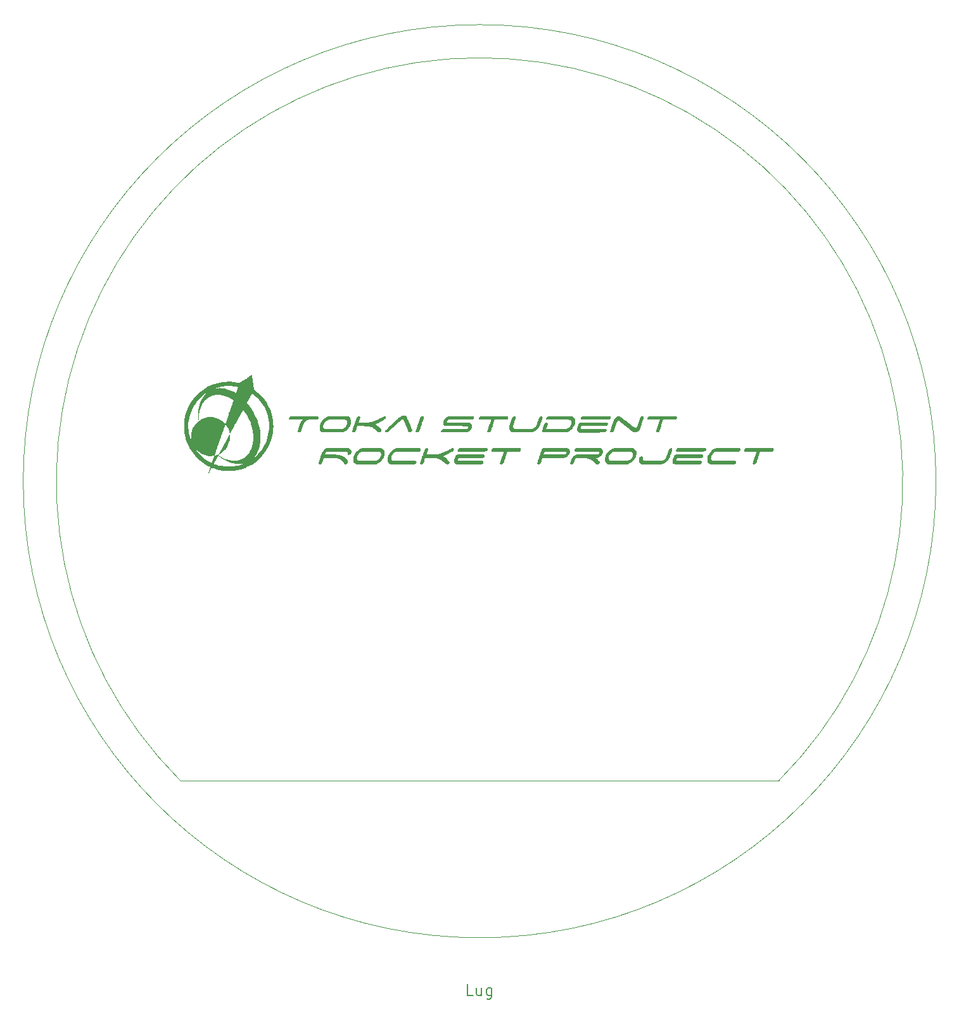
<source format=gbr>
%TF.GenerationSoftware,KiCad,Pcbnew,7.0.1-0*%
%TF.CreationDate,2023-05-22T13:40:41+09:00*%
%TF.ProjectId,AvionicsMountPlate,4176696f-6e69-4637-934d-6f756e74506c,rev?*%
%TF.SameCoordinates,Original*%
%TF.FileFunction,Legend,Top*%
%TF.FilePolarity,Positive*%
%FSLAX46Y46*%
G04 Gerber Fmt 4.6, Leading zero omitted, Abs format (unit mm)*
G04 Created by KiCad (PCBNEW 7.0.1-0) date 2023-05-22 13:40:41*
%MOMM*%
%LPD*%
G01*
G04 APERTURE LIST*
%ADD10C,0.100000*%
%ADD11C,0.150000*%
G04 APERTURE END LIST*
D10*
X210618059Y-87388059D02*
G75*
G03*
X210618059Y-87388059I-61000000J0D01*
G01*
X109618059Y-127388059D02*
X189618059Y-127388059D01*
X189618059Y-127388059D02*
G75*
G03*
X109618059Y-127388059I-40000000J40000000D01*
G01*
D11*
X148725201Y-156081987D02*
X148010915Y-156081987D01*
X148010915Y-156081987D02*
X148010915Y-154581987D01*
X149868059Y-155081987D02*
X149868059Y-156081987D01*
X149225201Y-155081987D02*
X149225201Y-155867701D01*
X149225201Y-155867701D02*
X149296630Y-156010559D01*
X149296630Y-156010559D02*
X149439487Y-156081987D01*
X149439487Y-156081987D02*
X149653773Y-156081987D01*
X149653773Y-156081987D02*
X149796630Y-156010559D01*
X149796630Y-156010559D02*
X149868059Y-155939130D01*
X151225202Y-155081987D02*
X151225202Y-156296273D01*
X151225202Y-156296273D02*
X151153773Y-156439130D01*
X151153773Y-156439130D02*
X151082344Y-156510559D01*
X151082344Y-156510559D02*
X150939487Y-156581987D01*
X150939487Y-156581987D02*
X150725202Y-156581987D01*
X150725202Y-156581987D02*
X150582344Y-156510559D01*
X151225202Y-156010559D02*
X151082344Y-156081987D01*
X151082344Y-156081987D02*
X150796630Y-156081987D01*
X150796630Y-156081987D02*
X150653773Y-156010559D01*
X150653773Y-156010559D02*
X150582344Y-155939130D01*
X150582344Y-155939130D02*
X150510916Y-155796273D01*
X150510916Y-155796273D02*
X150510916Y-155367701D01*
X150510916Y-155367701D02*
X150582344Y-155224844D01*
X150582344Y-155224844D02*
X150653773Y-155153416D01*
X150653773Y-155153416D02*
X150796630Y-155081987D01*
X150796630Y-155081987D02*
X151082344Y-155081987D01*
X151082344Y-155081987D02*
X151225202Y-155153416D01*
%TO.C,G\u002A\u002A\u002A*%
G36*
X142073504Y-78717436D02*
G01*
X142128295Y-78755087D01*
X142158357Y-78814115D01*
X142163157Y-78856826D01*
X142157620Y-78886518D01*
X142141612Y-78945967D01*
X142115941Y-79032608D01*
X142081418Y-79143879D01*
X142038851Y-79277216D01*
X141989048Y-79430055D01*
X141932820Y-79599833D01*
X141870974Y-79783986D01*
X141864918Y-79801891D01*
X141799063Y-79996141D01*
X141742971Y-80160611D01*
X141695618Y-80298008D01*
X141655979Y-80411042D01*
X141623029Y-80502418D01*
X141595744Y-80574846D01*
X141573099Y-80631032D01*
X141554068Y-80673684D01*
X141537628Y-80705511D01*
X141522754Y-80729219D01*
X141508421Y-80747516D01*
X141506021Y-80750220D01*
X141429048Y-80818340D01*
X141346484Y-80861364D01*
X141264216Y-80877590D01*
X141188136Y-80865317D01*
X141158394Y-80850609D01*
X141113497Y-80809833D01*
X141093183Y-80754416D01*
X141091807Y-80699635D01*
X141097895Y-80673481D01*
X141114027Y-80618725D01*
X141138944Y-80539078D01*
X141171386Y-80438250D01*
X141210096Y-80319953D01*
X141253815Y-80187897D01*
X141301286Y-80045792D01*
X141351248Y-79897351D01*
X141402445Y-79746282D01*
X141453617Y-79596297D01*
X141503506Y-79451106D01*
X141550854Y-79314421D01*
X141594403Y-79189951D01*
X141632893Y-79081408D01*
X141665067Y-78992503D01*
X141689666Y-78926945D01*
X141705432Y-78888446D01*
X141707488Y-78884175D01*
X141769105Y-78797863D01*
X141850431Y-78738240D01*
X141947505Y-78707764D01*
X141997296Y-78704209D01*
X142073504Y-78717436D01*
G37*
G36*
X149064873Y-82960374D02*
G01*
X149324150Y-82960427D01*
X149553076Y-82960560D01*
X149753588Y-82960806D01*
X149927628Y-82961202D01*
X150077136Y-82961781D01*
X150204050Y-82962580D01*
X150310310Y-82963634D01*
X150397858Y-82964977D01*
X150468631Y-82966645D01*
X150524571Y-82968673D01*
X150567616Y-82971096D01*
X150599707Y-82973950D01*
X150622783Y-82977269D01*
X150638784Y-82981088D01*
X150649651Y-82985443D01*
X150657322Y-82990369D01*
X150662296Y-82994595D01*
X150707282Y-83055417D01*
X150721092Y-83126296D01*
X150704040Y-83203863D01*
X150656443Y-83284752D01*
X150632541Y-83313318D01*
X150616899Y-83331587D01*
X150603543Y-83347871D01*
X150590527Y-83362286D01*
X150575904Y-83374943D01*
X150557728Y-83385956D01*
X150534050Y-83395439D01*
X150502925Y-83403505D01*
X150462405Y-83410268D01*
X150410543Y-83415841D01*
X150345392Y-83420337D01*
X150265006Y-83423871D01*
X150167436Y-83426555D01*
X150050738Y-83428503D01*
X149912962Y-83429828D01*
X149752163Y-83430644D01*
X149566394Y-83431064D01*
X149353707Y-83431202D01*
X149112155Y-83431170D01*
X148839793Y-83431084D01*
X148612054Y-83431051D01*
X146748554Y-83431051D01*
X146707377Y-83387220D01*
X146674378Y-83328152D01*
X146669803Y-83254395D01*
X146693710Y-83170426D01*
X146704240Y-83148174D01*
X146742936Y-83084691D01*
X146789829Y-83037703D01*
X146857047Y-82995261D01*
X146862398Y-82992381D01*
X146872925Y-82987330D01*
X146885824Y-82982840D01*
X146903056Y-82978877D01*
X146926581Y-82975409D01*
X146958361Y-82972402D01*
X147000355Y-82969824D01*
X147054525Y-82967642D01*
X147122830Y-82965822D01*
X147207233Y-82964333D01*
X147309692Y-82963142D01*
X147432169Y-82962214D01*
X147576624Y-82961519D01*
X147745018Y-82961022D01*
X147939312Y-82960691D01*
X148161466Y-82960493D01*
X148413440Y-82960395D01*
X148697196Y-82960365D01*
X148773304Y-82960364D01*
X149064873Y-82960374D01*
G37*
G36*
X165513256Y-78698514D02*
G01*
X165772533Y-78698568D01*
X166001458Y-78698700D01*
X166201971Y-78698946D01*
X166376011Y-78699342D01*
X166525518Y-78699922D01*
X166652432Y-78700721D01*
X166758693Y-78701774D01*
X166846240Y-78703117D01*
X166917014Y-78704785D01*
X166972953Y-78706813D01*
X167015999Y-78709237D01*
X167048090Y-78712090D01*
X167071166Y-78715409D01*
X167087167Y-78719228D01*
X167098034Y-78723584D01*
X167105705Y-78728510D01*
X167110679Y-78732736D01*
X167155664Y-78793557D01*
X167169474Y-78864436D01*
X167152423Y-78942003D01*
X167104825Y-79022893D01*
X167080924Y-79051458D01*
X167065281Y-79069727D01*
X167051926Y-79086012D01*
X167038910Y-79100426D01*
X167024287Y-79113083D01*
X167006111Y-79124096D01*
X166982433Y-79133579D01*
X166951308Y-79141645D01*
X166910787Y-79148408D01*
X166858925Y-79153981D01*
X166793775Y-79158478D01*
X166713388Y-79162011D01*
X166615819Y-79164695D01*
X166499120Y-79166643D01*
X166361345Y-79167968D01*
X166200546Y-79168784D01*
X166014777Y-79169204D01*
X165802090Y-79169342D01*
X165560538Y-79169311D01*
X165288175Y-79169224D01*
X165060437Y-79169191D01*
X163196937Y-79169191D01*
X163155760Y-79125360D01*
X163122761Y-79066292D01*
X163118186Y-78992535D01*
X163142093Y-78908566D01*
X163152623Y-78886315D01*
X163191319Y-78822832D01*
X163238212Y-78775843D01*
X163305430Y-78733401D01*
X163310781Y-78730521D01*
X163321308Y-78725470D01*
X163334206Y-78720980D01*
X163351438Y-78717018D01*
X163374964Y-78713549D01*
X163406743Y-78710542D01*
X163448738Y-78707964D01*
X163502907Y-78705782D01*
X163571213Y-78703963D01*
X163655615Y-78702473D01*
X163758075Y-78701282D01*
X163880552Y-78700354D01*
X164025007Y-78699659D01*
X164193401Y-78699162D01*
X164387695Y-78698831D01*
X164609849Y-78698633D01*
X164861823Y-78698535D01*
X165145579Y-78698505D01*
X165221686Y-78698504D01*
X165513256Y-78698514D01*
G37*
G36*
X178264603Y-82960374D02*
G01*
X178523881Y-82960427D01*
X178752806Y-82960560D01*
X178953319Y-82960806D01*
X179127359Y-82961202D01*
X179276866Y-82961781D01*
X179403780Y-82962580D01*
X179510041Y-82963634D01*
X179597588Y-82964977D01*
X179668362Y-82966645D01*
X179724301Y-82968673D01*
X179767346Y-82971096D01*
X179799437Y-82973950D01*
X179822514Y-82977269D01*
X179838515Y-82981088D01*
X179849381Y-82985443D01*
X179857052Y-82990369D01*
X179862027Y-82994595D01*
X179907012Y-83055417D01*
X179920822Y-83126296D01*
X179903771Y-83203863D01*
X179856173Y-83284752D01*
X179832272Y-83313318D01*
X179816629Y-83331587D01*
X179803273Y-83347871D01*
X179790258Y-83362286D01*
X179775635Y-83374943D01*
X179757458Y-83385956D01*
X179733781Y-83395439D01*
X179702655Y-83403505D01*
X179662135Y-83410268D01*
X179610273Y-83415841D01*
X179545122Y-83420337D01*
X179464736Y-83423871D01*
X179367167Y-83426555D01*
X179250468Y-83428503D01*
X179112693Y-83429828D01*
X178951894Y-83430644D01*
X178766124Y-83431064D01*
X178553437Y-83431202D01*
X178311886Y-83431170D01*
X178039523Y-83431084D01*
X177811784Y-83431051D01*
X175948285Y-83431051D01*
X175907107Y-83387220D01*
X175874109Y-83328152D01*
X175869534Y-83254395D01*
X175893440Y-83170426D01*
X175903970Y-83148174D01*
X175942667Y-83084691D01*
X175989559Y-83037703D01*
X176056777Y-82995261D01*
X176062129Y-82992381D01*
X176072655Y-82987330D01*
X176085554Y-82982840D01*
X176102786Y-82978877D01*
X176126311Y-82975409D01*
X176158091Y-82972402D01*
X176200085Y-82969824D01*
X176254255Y-82967642D01*
X176322561Y-82965822D01*
X176406963Y-82964333D01*
X176509422Y-82963142D01*
X176631899Y-82962214D01*
X176776355Y-82961519D01*
X176944749Y-82961022D01*
X177139043Y-82960691D01*
X177361196Y-82960493D01*
X177613171Y-82960395D01*
X177896926Y-82960365D01*
X177973034Y-82960364D01*
X178264603Y-82960374D01*
G37*
G36*
X152340339Y-78698439D02*
G01*
X152540228Y-78698665D01*
X152713622Y-78699187D01*
X152862455Y-78700108D01*
X152988661Y-78701533D01*
X153094175Y-78703564D01*
X153180931Y-78706305D01*
X153250862Y-78709860D01*
X153305904Y-78714332D01*
X153347989Y-78719824D01*
X153379054Y-78726440D01*
X153401030Y-78734284D01*
X153415854Y-78743459D01*
X153425458Y-78754068D01*
X153431777Y-78766215D01*
X153436745Y-78780003D01*
X153442297Y-78795537D01*
X153443775Y-78799166D01*
X153457321Y-78873566D01*
X153438353Y-78951410D01*
X153388054Y-79030119D01*
X153307607Y-79107119D01*
X153299336Y-79113564D01*
X153226853Y-79169191D01*
X152435016Y-79169191D01*
X151643179Y-79169191D01*
X151398188Y-79892338D01*
X151346358Y-80044693D01*
X151296917Y-80188817D01*
X151251137Y-80321087D01*
X151210291Y-80437880D01*
X151175652Y-80535572D01*
X151148491Y-80610540D01*
X151130082Y-80659162D01*
X151123180Y-80675391D01*
X151069052Y-80755090D01*
X150998660Y-80817611D01*
X150918875Y-80859740D01*
X150836569Y-80878263D01*
X150758615Y-80869969D01*
X150730930Y-80858797D01*
X150679743Y-80815189D01*
X150654157Y-80752779D01*
X150654598Y-80692507D01*
X150662160Y-80664093D01*
X150679659Y-80606906D01*
X150705915Y-80524550D01*
X150739750Y-80420628D01*
X150779983Y-80298744D01*
X150825434Y-80162501D01*
X150874925Y-80015504D01*
X150911682Y-79907133D01*
X150962697Y-79757045D01*
X151010151Y-79617170D01*
X151052940Y-79490788D01*
X151089957Y-79381176D01*
X151120096Y-79291613D01*
X151142252Y-79225377D01*
X151155319Y-79185747D01*
X151158490Y-79175428D01*
X151141941Y-79174149D01*
X151094559Y-79172958D01*
X151019744Y-79171883D01*
X150920894Y-79170951D01*
X150801410Y-79170189D01*
X150664690Y-79169624D01*
X150514134Y-79169284D01*
X150380671Y-79169191D01*
X149602852Y-79169191D01*
X149556774Y-79129556D01*
X149520437Y-79076913D01*
X149510524Y-79007834D01*
X149527298Y-78927961D01*
X149545440Y-78886393D01*
X149584146Y-78822876D01*
X149631022Y-78775880D01*
X149698202Y-78733447D01*
X149703638Y-78730521D01*
X149714309Y-78725402D01*
X149727370Y-78720858D01*
X149744813Y-78716857D01*
X149768629Y-78713363D01*
X149800808Y-78710342D01*
X149843341Y-78707759D01*
X149898219Y-78705581D01*
X149967431Y-78703774D01*
X150052970Y-78702302D01*
X150156825Y-78701131D01*
X150280987Y-78700228D01*
X150427447Y-78699559D01*
X150598195Y-78699087D01*
X150795223Y-78698780D01*
X151020520Y-78698604D01*
X151276078Y-78698523D01*
X151562362Y-78698504D01*
X151853341Y-78698462D01*
X152112022Y-78698406D01*
X152340339Y-78698439D01*
G37*
G36*
X154034814Y-82960299D02*
G01*
X154234703Y-82960525D01*
X154408096Y-82961047D01*
X154556929Y-82961968D01*
X154683136Y-82963393D01*
X154788650Y-82965424D01*
X154875405Y-82968165D01*
X154945337Y-82971720D01*
X155000378Y-82976192D01*
X155042464Y-82981684D01*
X155073528Y-82988300D01*
X155095505Y-82996144D01*
X155110328Y-83005319D01*
X155119932Y-83015928D01*
X155126251Y-83028075D01*
X155131220Y-83041863D01*
X155136772Y-83057397D01*
X155138250Y-83061026D01*
X155151796Y-83135426D01*
X155132827Y-83213269D01*
X155082528Y-83291979D01*
X155002082Y-83368979D01*
X154993810Y-83375424D01*
X154921327Y-83431051D01*
X154129490Y-83431051D01*
X153337653Y-83431051D01*
X153092663Y-84154198D01*
X153040832Y-84306553D01*
X152991391Y-84450677D01*
X152945611Y-84582947D01*
X152904766Y-84699740D01*
X152870126Y-84797432D01*
X152842966Y-84872400D01*
X152824556Y-84921022D01*
X152817654Y-84937250D01*
X152763527Y-85016950D01*
X152693134Y-85079470D01*
X152613349Y-85121599D01*
X152531043Y-85140123D01*
X152453090Y-85131828D01*
X152425404Y-85120657D01*
X152374217Y-85077049D01*
X152348631Y-85014639D01*
X152349072Y-84954366D01*
X152356634Y-84925953D01*
X152374133Y-84868766D01*
X152400390Y-84786410D01*
X152434224Y-84682488D01*
X152474457Y-84560604D01*
X152519909Y-84424361D01*
X152569400Y-84277363D01*
X152606156Y-84168992D01*
X152657171Y-84018905D01*
X152704626Y-83879030D01*
X152747414Y-83752648D01*
X152784431Y-83643036D01*
X152814571Y-83553472D01*
X152836726Y-83487237D01*
X152849793Y-83447606D01*
X152852964Y-83437288D01*
X152836415Y-83436009D01*
X152789033Y-83434818D01*
X152714218Y-83433743D01*
X152615369Y-83432811D01*
X152495884Y-83432049D01*
X152359164Y-83431484D01*
X152208608Y-83431144D01*
X152075145Y-83431051D01*
X151297326Y-83431051D01*
X151251248Y-83391416D01*
X151214911Y-83338773D01*
X151204998Y-83269694D01*
X151221772Y-83189821D01*
X151239914Y-83148253D01*
X151278620Y-83084736D01*
X151325496Y-83037740D01*
X151392676Y-82995307D01*
X151398113Y-82992381D01*
X151408783Y-82987261D01*
X151421844Y-82982718D01*
X151439288Y-82978717D01*
X151463104Y-82975223D01*
X151495283Y-82972201D01*
X151537816Y-82969619D01*
X151592693Y-82967441D01*
X151661906Y-82965633D01*
X151747444Y-82964162D01*
X151851299Y-82962991D01*
X151975461Y-82962088D01*
X152121921Y-82961418D01*
X152292670Y-82960947D01*
X152489697Y-82960640D01*
X152714994Y-82960464D01*
X152970552Y-82960383D01*
X153256836Y-82960364D01*
X153547815Y-82960322D01*
X153806496Y-82960266D01*
X154034814Y-82960299D01*
G37*
G36*
X174881984Y-78698439D02*
G01*
X175081872Y-78698665D01*
X175255266Y-78699187D01*
X175404099Y-78700108D01*
X175530305Y-78701533D01*
X175635819Y-78703564D01*
X175722575Y-78706305D01*
X175792506Y-78709860D01*
X175847548Y-78714332D01*
X175889634Y-78719824D01*
X175920698Y-78726440D01*
X175942674Y-78734284D01*
X175957498Y-78743459D01*
X175967102Y-78754068D01*
X175973421Y-78766215D01*
X175978390Y-78780003D01*
X175983941Y-78795537D01*
X175985419Y-78799166D01*
X175998966Y-78873566D01*
X175979997Y-78951410D01*
X175929698Y-79030119D01*
X175849252Y-79107119D01*
X175840980Y-79113564D01*
X175768497Y-79169191D01*
X174976660Y-79169191D01*
X174184823Y-79169191D01*
X173939833Y-79892338D01*
X173888002Y-80044693D01*
X173838561Y-80188817D01*
X173792781Y-80321087D01*
X173751935Y-80437880D01*
X173717296Y-80535572D01*
X173690136Y-80610540D01*
X173671726Y-80659162D01*
X173664824Y-80675391D01*
X173610697Y-80755090D01*
X173540304Y-80817611D01*
X173460519Y-80859740D01*
X173378213Y-80878263D01*
X173300260Y-80869969D01*
X173272574Y-80858797D01*
X173221387Y-80815189D01*
X173195801Y-80752779D01*
X173196242Y-80692507D01*
X173203804Y-80664093D01*
X173221303Y-80606906D01*
X173247559Y-80524550D01*
X173281394Y-80420628D01*
X173321627Y-80298744D01*
X173367078Y-80162501D01*
X173416569Y-80015504D01*
X173453326Y-79907133D01*
X173504341Y-79757045D01*
X173551795Y-79617170D01*
X173594584Y-79490788D01*
X173631601Y-79381176D01*
X173661740Y-79291613D01*
X173683896Y-79225377D01*
X173696963Y-79185747D01*
X173700134Y-79175428D01*
X173683585Y-79174149D01*
X173636203Y-79172958D01*
X173561388Y-79171883D01*
X173462538Y-79170951D01*
X173343054Y-79170189D01*
X173206334Y-79169624D01*
X173055778Y-79169284D01*
X172922315Y-79169191D01*
X172144496Y-79169191D01*
X172098418Y-79129556D01*
X172062081Y-79076913D01*
X172052168Y-79007834D01*
X172068942Y-78927961D01*
X172087084Y-78886393D01*
X172125790Y-78822876D01*
X172172666Y-78775880D01*
X172239846Y-78733447D01*
X172245282Y-78730521D01*
X172255953Y-78725402D01*
X172269014Y-78720858D01*
X172286458Y-78716857D01*
X172310274Y-78713363D01*
X172342453Y-78710342D01*
X172384986Y-78707759D01*
X172439863Y-78705581D01*
X172509076Y-78703774D01*
X172594614Y-78702302D01*
X172698469Y-78701131D01*
X172822631Y-78700228D01*
X172969091Y-78699559D01*
X173139839Y-78699087D01*
X173336867Y-78698780D01*
X173562164Y-78698604D01*
X173817722Y-78698523D01*
X174104006Y-78698504D01*
X174394985Y-78698462D01*
X174653666Y-78698406D01*
X174881984Y-78698439D01*
G37*
G36*
X187821606Y-82960299D02*
G01*
X188021495Y-82960525D01*
X188194889Y-82961047D01*
X188343722Y-82961968D01*
X188469928Y-82963393D01*
X188575442Y-82965424D01*
X188662198Y-82968165D01*
X188732129Y-82971720D01*
X188787171Y-82976192D01*
X188829256Y-82981684D01*
X188860320Y-82988300D01*
X188882297Y-82996144D01*
X188897120Y-83005319D01*
X188906725Y-83015928D01*
X188913044Y-83028075D01*
X188918012Y-83041863D01*
X188923564Y-83057397D01*
X188925042Y-83061026D01*
X188938588Y-83135426D01*
X188919620Y-83213269D01*
X188869320Y-83291979D01*
X188788874Y-83368979D01*
X188780603Y-83375424D01*
X188708120Y-83431051D01*
X187916283Y-83431051D01*
X187124446Y-83431051D01*
X186879455Y-84154198D01*
X186827625Y-84306553D01*
X186778184Y-84450677D01*
X186732404Y-84582947D01*
X186691558Y-84699740D01*
X186656919Y-84797432D01*
X186629758Y-84872400D01*
X186611349Y-84921022D01*
X186604446Y-84937250D01*
X186550319Y-85016950D01*
X186479927Y-85079470D01*
X186400141Y-85121599D01*
X186317836Y-85140123D01*
X186239882Y-85131828D01*
X186212197Y-85120657D01*
X186161010Y-85077049D01*
X186135423Y-85014639D01*
X186135865Y-84954366D01*
X186143426Y-84925953D01*
X186160925Y-84868766D01*
X186187182Y-84786410D01*
X186221017Y-84682488D01*
X186261249Y-84560604D01*
X186306701Y-84424361D01*
X186356192Y-84277363D01*
X186392949Y-84168992D01*
X186443963Y-84018905D01*
X186491418Y-83879030D01*
X186534207Y-83752648D01*
X186571224Y-83643036D01*
X186601363Y-83553472D01*
X186623519Y-83487237D01*
X186636585Y-83447606D01*
X186639757Y-83437288D01*
X186623208Y-83436009D01*
X186575826Y-83434818D01*
X186501010Y-83433743D01*
X186402161Y-83432811D01*
X186282677Y-83432049D01*
X186145957Y-83431484D01*
X185995400Y-83431144D01*
X185861938Y-83431051D01*
X185084119Y-83431051D01*
X185038040Y-83391416D01*
X185001704Y-83338773D01*
X184991791Y-83269694D01*
X185008564Y-83189821D01*
X185026707Y-83148253D01*
X185065413Y-83084736D01*
X185112288Y-83037740D01*
X185179469Y-82995307D01*
X185184905Y-82992381D01*
X185195575Y-82987261D01*
X185208637Y-82982718D01*
X185226080Y-82978717D01*
X185249896Y-82975223D01*
X185282075Y-82972201D01*
X185324608Y-82969619D01*
X185379486Y-82967441D01*
X185448698Y-82965633D01*
X185534237Y-82964162D01*
X185638092Y-82962991D01*
X185762254Y-82962088D01*
X185908714Y-82961418D01*
X186079462Y-82960947D01*
X186276489Y-82960640D01*
X186501787Y-82960464D01*
X186757344Y-82960383D01*
X187043629Y-82960364D01*
X187334607Y-82960322D01*
X187593289Y-82960266D01*
X187821606Y-82960299D01*
G37*
G36*
X139641197Y-78617197D02*
G01*
X139746358Y-78657778D01*
X139834458Y-78724200D01*
X139856975Y-78749173D01*
X139875791Y-78780080D01*
X139905138Y-78838697D01*
X139943534Y-78921387D01*
X139989496Y-79024516D01*
X140041543Y-79144447D01*
X140098194Y-79277546D01*
X140157965Y-79420176D01*
X140219374Y-79568702D01*
X140280941Y-79719488D01*
X140341183Y-79868899D01*
X140398617Y-80013299D01*
X140451762Y-80149053D01*
X140499136Y-80272524D01*
X140539258Y-80380078D01*
X140570644Y-80468078D01*
X140591813Y-80532890D01*
X140601283Y-80570877D01*
X140601644Y-80575995D01*
X140584273Y-80663388D01*
X140536011Y-80743078D01*
X140487883Y-80791889D01*
X140414732Y-80841512D01*
X140336692Y-80870112D01*
X140261004Y-80877172D01*
X140194909Y-80862174D01*
X140145650Y-80824602D01*
X140139998Y-80816741D01*
X140127700Y-80792176D01*
X140103906Y-80739168D01*
X140069999Y-80660988D01*
X140027363Y-80560908D01*
X139977384Y-80442201D01*
X139921446Y-80308137D01*
X139860932Y-80161990D01*
X139797228Y-80007031D01*
X139791826Y-79993839D01*
X139727443Y-79837684D01*
X139665543Y-79689650D01*
X139607586Y-79553082D01*
X139555030Y-79431325D01*
X139509335Y-79327725D01*
X139471962Y-79245627D01*
X139444368Y-79188376D01*
X139428014Y-79159317D01*
X139427383Y-79158495D01*
X139385201Y-79116861D01*
X139341963Y-79101313D01*
X139329546Y-79100728D01*
X139312150Y-79100673D01*
X139296013Y-79101480D01*
X139279398Y-79104605D01*
X139260564Y-79111505D01*
X139237773Y-79123635D01*
X139209287Y-79142453D01*
X139173366Y-79169415D01*
X139128272Y-79205976D01*
X139072265Y-79253594D01*
X139003608Y-79313725D01*
X138920560Y-79387825D01*
X138821384Y-79477351D01*
X138704340Y-79583759D01*
X138567689Y-79708505D01*
X138409693Y-79853046D01*
X138228613Y-80018838D01*
X138177528Y-80065613D01*
X138007853Y-80220458D01*
X137852446Y-80361259D01*
X137712726Y-80486770D01*
X137590110Y-80595742D01*
X137486015Y-80686930D01*
X137401860Y-80759087D01*
X137339062Y-80810966D01*
X137299038Y-80841322D01*
X137287474Y-80848289D01*
X137197003Y-80876226D01*
X137117649Y-80872361D01*
X137067693Y-80850609D01*
X137020919Y-80802880D01*
X137000054Y-80736541D01*
X137005949Y-80656306D01*
X137022941Y-80602818D01*
X137037738Y-80585197D01*
X137075408Y-80546588D01*
X137133627Y-80489169D01*
X137210067Y-80415123D01*
X137302403Y-80326629D01*
X137408310Y-80225867D01*
X137525461Y-80115018D01*
X137651531Y-79996262D01*
X137784193Y-79871780D01*
X137921123Y-79743751D01*
X138059995Y-79614357D01*
X138198481Y-79485776D01*
X138334257Y-79360191D01*
X138464998Y-79239780D01*
X138588376Y-79126724D01*
X138702066Y-79023204D01*
X138803743Y-78931400D01*
X138851492Y-78888663D01*
X138984189Y-78784586D01*
X139121206Y-78703383D01*
X139258978Y-78645548D01*
X139393943Y-78611576D01*
X139522537Y-78601961D01*
X139641197Y-78617197D01*
G37*
G36*
X150278500Y-83864182D02*
G01*
X150311869Y-83926957D01*
X150317499Y-83999227D01*
X150298046Y-84074733D01*
X150256163Y-84147220D01*
X150194504Y-84210429D01*
X150115725Y-84258103D01*
X150110457Y-84260355D01*
X150096640Y-84264841D01*
X150076607Y-84268799D01*
X150048307Y-84272261D01*
X150009694Y-84275261D01*
X149958717Y-84277829D01*
X149893329Y-84279999D01*
X149811481Y-84281801D01*
X149711124Y-84283268D01*
X149590209Y-84284431D01*
X149446688Y-84285324D01*
X149278513Y-84285978D01*
X149083633Y-84286424D01*
X148860002Y-84286696D01*
X148605570Y-84286824D01*
X148415465Y-84286846D01*
X146783875Y-84286846D01*
X146736669Y-84431798D01*
X146711816Y-84517452D01*
X146702681Y-84577783D01*
X146709632Y-84618062D01*
X146733036Y-84643563D01*
X146752069Y-84652824D01*
X146772822Y-84654347D01*
X146825391Y-84655805D01*
X146907360Y-84657181D01*
X147016315Y-84658462D01*
X147149840Y-84659630D01*
X147305519Y-84660671D01*
X147480937Y-84661569D01*
X147673678Y-84662307D01*
X147881327Y-84662872D01*
X148101469Y-84663246D01*
X148331687Y-84663414D01*
X148391393Y-84663423D01*
X148663524Y-84663459D01*
X148903525Y-84663583D01*
X149113496Y-84663833D01*
X149295539Y-84664247D01*
X149451753Y-84664862D01*
X149584241Y-84665715D01*
X149695103Y-84666845D01*
X149786440Y-84668289D01*
X149860352Y-84670085D01*
X149918942Y-84672271D01*
X149964310Y-84674883D01*
X149998557Y-84677960D01*
X150023784Y-84681540D01*
X150042092Y-84685660D01*
X150055582Y-84690358D01*
X150062053Y-84693375D01*
X150107932Y-84727293D01*
X150135459Y-84768085D01*
X150135798Y-84769098D01*
X150141585Y-84838359D01*
X150120895Y-84914370D01*
X150078269Y-84989409D01*
X150018252Y-85055752D01*
X149945387Y-85105676D01*
X149934850Y-85110720D01*
X149922082Y-85115890D01*
X149906533Y-85120456D01*
X149886122Y-85124457D01*
X149858769Y-85127930D01*
X149822394Y-85130912D01*
X149774915Y-85133441D01*
X149714254Y-85135556D01*
X149638330Y-85137292D01*
X149545061Y-85138688D01*
X149432369Y-85139782D01*
X149298172Y-85140611D01*
X149140390Y-85141212D01*
X148956943Y-85141623D01*
X148745750Y-85141882D01*
X148504732Y-85142026D01*
X148231807Y-85142094D01*
X148197439Y-85142098D01*
X146528638Y-85142307D01*
X146442934Y-85102397D01*
X146342810Y-85040008D01*
X146270341Y-84958435D01*
X146224874Y-84856565D01*
X146205754Y-84733285D01*
X146205018Y-84697628D01*
X146207451Y-84647607D01*
X146215424Y-84593138D01*
X146230472Y-84527900D01*
X146254130Y-84445573D01*
X146287932Y-84339839D01*
X146302687Y-84295404D01*
X146336299Y-84197329D01*
X146368751Y-84107080D01*
X146397592Y-84031153D01*
X146420366Y-83976048D01*
X146432678Y-83951144D01*
X146468340Y-83911390D01*
X146521254Y-83872109D01*
X146548361Y-83857006D01*
X146631334Y-83816159D01*
X148434262Y-83816159D01*
X150237190Y-83816159D01*
X150278500Y-83864182D01*
G37*
G36*
X166726883Y-79602322D02*
G01*
X166760251Y-79665097D01*
X166765882Y-79737367D01*
X166746429Y-79812874D01*
X166704546Y-79885360D01*
X166642887Y-79948569D01*
X166564108Y-79996243D01*
X166558840Y-79998496D01*
X166545023Y-80002981D01*
X166524989Y-80006939D01*
X166496690Y-80010402D01*
X166458076Y-80013401D01*
X166407100Y-80015970D01*
X166341712Y-80018139D01*
X166259863Y-80019941D01*
X166159506Y-80021408D01*
X166038592Y-80022572D01*
X165895071Y-80023464D01*
X165726895Y-80024118D01*
X165532016Y-80024564D01*
X165308385Y-80024836D01*
X165053953Y-80024964D01*
X164863848Y-80024986D01*
X163232257Y-80024986D01*
X163185052Y-80169938D01*
X163160198Y-80255592D01*
X163151063Y-80315923D01*
X163158015Y-80356202D01*
X163181419Y-80381703D01*
X163200452Y-80390965D01*
X163221205Y-80392487D01*
X163273773Y-80393945D01*
X163355743Y-80395321D01*
X163464698Y-80396602D01*
X163598223Y-80397770D01*
X163753902Y-80398811D01*
X163929320Y-80399709D01*
X164122061Y-80400447D01*
X164329710Y-80401012D01*
X164549851Y-80401386D01*
X164780070Y-80401555D01*
X164839775Y-80401563D01*
X165111907Y-80401599D01*
X165351908Y-80401723D01*
X165561879Y-80401974D01*
X165743922Y-80402387D01*
X165900136Y-80403002D01*
X166032624Y-80403856D01*
X166143485Y-80404985D01*
X166234822Y-80406430D01*
X166308735Y-80408226D01*
X166367325Y-80410411D01*
X166412693Y-80413023D01*
X166446940Y-80416101D01*
X166472167Y-80419680D01*
X166490475Y-80423800D01*
X166503965Y-80428498D01*
X166510436Y-80431516D01*
X166556315Y-80465433D01*
X166583842Y-80506225D01*
X166584181Y-80507238D01*
X166589968Y-80576499D01*
X166569277Y-80652510D01*
X166526652Y-80727549D01*
X166466635Y-80793893D01*
X166393770Y-80843816D01*
X166383232Y-80848861D01*
X166370465Y-80854030D01*
X166354915Y-80858596D01*
X166334505Y-80862597D01*
X166307152Y-80866070D01*
X166270776Y-80869052D01*
X166223298Y-80871582D01*
X166162637Y-80873696D01*
X166086712Y-80875432D01*
X165993444Y-80876828D01*
X165880752Y-80877922D01*
X165746554Y-80878751D01*
X165588773Y-80879352D01*
X165405326Y-80879763D01*
X165194133Y-80880022D01*
X164953115Y-80880167D01*
X164680190Y-80880234D01*
X164645822Y-80880238D01*
X162977021Y-80880447D01*
X162891317Y-80840537D01*
X162791193Y-80778149D01*
X162718724Y-80696575D01*
X162673256Y-80594705D01*
X162654137Y-80471425D01*
X162653401Y-80435768D01*
X162655834Y-80385747D01*
X162663807Y-80331278D01*
X162678855Y-80266040D01*
X162702513Y-80183713D01*
X162736315Y-80077979D01*
X162751069Y-80033544D01*
X162784681Y-79935470D01*
X162817134Y-79845220D01*
X162845975Y-79769293D01*
X162868749Y-79714188D01*
X162881060Y-79689284D01*
X162916723Y-79649530D01*
X162969636Y-79610249D01*
X162996743Y-79595146D01*
X163079716Y-79554299D01*
X164882644Y-79554299D01*
X166685573Y-79554299D01*
X166726883Y-79602322D01*
G37*
G36*
X179478231Y-83864182D02*
G01*
X179511599Y-83926957D01*
X179517230Y-83999227D01*
X179497776Y-84074733D01*
X179455893Y-84147220D01*
X179394235Y-84210429D01*
X179315455Y-84258103D01*
X179310188Y-84260355D01*
X179296371Y-84264841D01*
X179276337Y-84268799D01*
X179248038Y-84272261D01*
X179209424Y-84275261D01*
X179158447Y-84277829D01*
X179093059Y-84279999D01*
X179011211Y-84281801D01*
X178910854Y-84283268D01*
X178789939Y-84284431D01*
X178646419Y-84285324D01*
X178478243Y-84285978D01*
X178283364Y-84286424D01*
X178059733Y-84286696D01*
X177805301Y-84286824D01*
X177615196Y-84286846D01*
X175983605Y-84286846D01*
X175936400Y-84431798D01*
X175911546Y-84517452D01*
X175902411Y-84577783D01*
X175909362Y-84618062D01*
X175932767Y-84643563D01*
X175951800Y-84652824D01*
X175972552Y-84654347D01*
X176025121Y-84655805D01*
X176107091Y-84657181D01*
X176216046Y-84658462D01*
X176349570Y-84659630D01*
X176505250Y-84660671D01*
X176680667Y-84661569D01*
X176873409Y-84662307D01*
X177081058Y-84662872D01*
X177301199Y-84663246D01*
X177531418Y-84663414D01*
X177591123Y-84663423D01*
X177863255Y-84663459D01*
X178103256Y-84663583D01*
X178313227Y-84663833D01*
X178495269Y-84664247D01*
X178651484Y-84664862D01*
X178783971Y-84665715D01*
X178894833Y-84666845D01*
X178986170Y-84668289D01*
X179060083Y-84670085D01*
X179118673Y-84672271D01*
X179164041Y-84674883D01*
X179198288Y-84677960D01*
X179223515Y-84681540D01*
X179241823Y-84685660D01*
X179255313Y-84690358D01*
X179261783Y-84693375D01*
X179307662Y-84727293D01*
X179335189Y-84768085D01*
X179335528Y-84769098D01*
X179341316Y-84838359D01*
X179320625Y-84914370D01*
X179278000Y-84989409D01*
X179217983Y-85055752D01*
X179145117Y-85105676D01*
X179134580Y-85110720D01*
X179121812Y-85115890D01*
X179106263Y-85120456D01*
X179085852Y-85124457D01*
X179058499Y-85127930D01*
X179022124Y-85130912D01*
X178974646Y-85133441D01*
X178913985Y-85135556D01*
X178838060Y-85137292D01*
X178744792Y-85138688D01*
X178632099Y-85139782D01*
X178497902Y-85140611D01*
X178340120Y-85141212D01*
X178156673Y-85141623D01*
X177945481Y-85141882D01*
X177704462Y-85142026D01*
X177431538Y-85142094D01*
X177397169Y-85142098D01*
X175728369Y-85142307D01*
X175642665Y-85102397D01*
X175542540Y-85040008D01*
X175470071Y-84958435D01*
X175424604Y-84856565D01*
X175405485Y-84733285D01*
X175404749Y-84697628D01*
X175407181Y-84647607D01*
X175415154Y-84593138D01*
X175430203Y-84527900D01*
X175453860Y-84445573D01*
X175487662Y-84339839D01*
X175502417Y-84295404D01*
X175536029Y-84197329D01*
X175568482Y-84107080D01*
X175597322Y-84031153D01*
X175620097Y-83976048D01*
X175632408Y-83951144D01*
X175668071Y-83911390D01*
X175720984Y-83872109D01*
X175748091Y-83857006D01*
X175831064Y-83816159D01*
X177633992Y-83816159D01*
X179436920Y-83816159D01*
X179478231Y-83864182D01*
G37*
G36*
X157729382Y-83712966D02*
G01*
X157776730Y-83576280D01*
X157820279Y-83451811D01*
X157858769Y-83343268D01*
X157890943Y-83254363D01*
X157915542Y-83188805D01*
X157931308Y-83150306D01*
X157933364Y-83146035D01*
X157971805Y-83083462D01*
X158019192Y-83036669D01*
X158087481Y-82993963D01*
X158090431Y-82992381D01*
X158102053Y-82986838D01*
X158116321Y-82981960D01*
X158135410Y-82977696D01*
X158161497Y-82973995D01*
X158196755Y-82970807D01*
X158243360Y-82968080D01*
X158303488Y-82965766D01*
X158379314Y-82963811D01*
X158473012Y-82962168D01*
X158586759Y-82960783D01*
X158722729Y-82959607D01*
X158883097Y-82958590D01*
X159070040Y-82957680D01*
X159285732Y-82956827D01*
X159532348Y-82955980D01*
X159673652Y-82955525D01*
X159934354Y-82954888D01*
X160178321Y-82954674D01*
X160403647Y-82954868D01*
X160608428Y-82955458D01*
X160790756Y-82956430D01*
X160948728Y-82957771D01*
X161080438Y-82959466D01*
X161183980Y-82961503D01*
X161257450Y-82963867D01*
X161298941Y-82966546D01*
X161302904Y-82967067D01*
X161432482Y-82999772D01*
X161537201Y-83054788D01*
X161619452Y-83133708D01*
X161668246Y-83210340D01*
X161704548Y-83316685D01*
X161712239Y-83433627D01*
X161693582Y-83556980D01*
X161650843Y-83682560D01*
X161586285Y-83806181D01*
X161502172Y-83923659D01*
X161400770Y-84030808D01*
X161284342Y-84123443D01*
X161155152Y-84197378D01*
X161127545Y-84209740D01*
X161096280Y-84223114D01*
X161067590Y-84234836D01*
X161039110Y-84245017D01*
X161008478Y-84253765D01*
X160973331Y-84261190D01*
X160931305Y-84267399D01*
X160880040Y-84272503D01*
X160817170Y-84276609D01*
X160740334Y-84279828D01*
X160647168Y-84282267D01*
X160535310Y-84284036D01*
X160402396Y-84285245D01*
X160246065Y-84286001D01*
X160063952Y-84286413D01*
X159853696Y-84286592D01*
X159612932Y-84286645D01*
X159459366Y-84286661D01*
X158012734Y-84286846D01*
X157904132Y-84614174D01*
X157864454Y-84731900D01*
X157832391Y-84821932D01*
X157805744Y-84889371D01*
X157782315Y-84939319D01*
X157759904Y-84976876D01*
X157736313Y-85007144D01*
X157733310Y-85010515D01*
X157655717Y-85079450D01*
X157572906Y-85123005D01*
X157490560Y-85139520D01*
X157414362Y-85127336D01*
X157384270Y-85112469D01*
X157339373Y-85071692D01*
X157319059Y-85016276D01*
X157317683Y-84961495D01*
X157323771Y-84935340D01*
X157339903Y-84880584D01*
X157364820Y-84800937D01*
X157397262Y-84700110D01*
X157435972Y-84581813D01*
X157479691Y-84449757D01*
X157527162Y-84307652D01*
X157577124Y-84159210D01*
X157628321Y-84008141D01*
X157679493Y-83858156D01*
X157696864Y-83807601D01*
X158179028Y-83807601D01*
X159604166Y-83807601D01*
X161029304Y-83807601D01*
X161087054Y-83768683D01*
X161142385Y-83721301D01*
X161188023Y-83663951D01*
X161216639Y-83607105D01*
X161222641Y-83574959D01*
X161211756Y-83535784D01*
X161185166Y-83492251D01*
X161181338Y-83487632D01*
X161140035Y-83439609D01*
X159721858Y-83434950D01*
X158303681Y-83430291D01*
X158241355Y-83618946D01*
X158179028Y-83807601D01*
X157696864Y-83807601D01*
X157729382Y-83712966D01*
G37*
G36*
X126974571Y-78698439D02*
G01*
X127174460Y-78698665D01*
X127347854Y-78699187D01*
X127496687Y-78700108D01*
X127622893Y-78701533D01*
X127728407Y-78703564D01*
X127815163Y-78706305D01*
X127885094Y-78709860D01*
X127940136Y-78714332D01*
X127982221Y-78719824D01*
X128013285Y-78726440D01*
X128035262Y-78734284D01*
X128050085Y-78743459D01*
X128059690Y-78754068D01*
X128066009Y-78766215D01*
X128070977Y-78780003D01*
X128076529Y-78795537D01*
X128078007Y-78799166D01*
X128091411Y-78873386D01*
X128072295Y-78951523D01*
X128021762Y-79031062D01*
X127942394Y-79108295D01*
X127877772Y-79160633D01*
X127284539Y-79169811D01*
X127124669Y-79172405D01*
X126995076Y-79174905D01*
X126891809Y-79177571D01*
X126810914Y-79180664D01*
X126748441Y-79184445D01*
X126700437Y-79189173D01*
X126662950Y-79195109D01*
X126632027Y-79202513D01*
X126603715Y-79211647D01*
X126593596Y-79215336D01*
X126488040Y-79267253D01*
X126380710Y-79342150D01*
X126282883Y-79431362D01*
X126225972Y-79497850D01*
X126193397Y-79543899D01*
X126162548Y-79594627D01*
X126131755Y-79653990D01*
X126099345Y-79725945D01*
X126063648Y-79814446D01*
X126022992Y-79923450D01*
X125975706Y-80056911D01*
X125920118Y-80218787D01*
X125914991Y-80233884D01*
X125875886Y-80348087D01*
X125839057Y-80453757D01*
X125806317Y-80545836D01*
X125779480Y-80619267D01*
X125760359Y-80668995D01*
X125752299Y-80687455D01*
X125698514Y-80762508D01*
X125627795Y-80821459D01*
X125547625Y-80860994D01*
X125465487Y-80877803D01*
X125388863Y-80868574D01*
X125365162Y-80858797D01*
X125313953Y-80815188D01*
X125288407Y-80752813D01*
X125288925Y-80692507D01*
X125299887Y-80647303D01*
X125321092Y-80575486D01*
X125350648Y-80482449D01*
X125386663Y-80373589D01*
X125427245Y-80254300D01*
X125470503Y-80129976D01*
X125514545Y-80006014D01*
X125557480Y-79887808D01*
X125597416Y-79780754D01*
X125632461Y-79690245D01*
X125660723Y-79621678D01*
X125676010Y-79588531D01*
X125720298Y-79506717D01*
X125770715Y-79422622D01*
X125822267Y-79343761D01*
X125869961Y-79277654D01*
X125908806Y-79231816D01*
X125919544Y-79221823D01*
X125941901Y-79196790D01*
X125946765Y-79184211D01*
X125930157Y-79181203D01*
X125882365Y-79178411D01*
X125806436Y-79175890D01*
X125705417Y-79173692D01*
X125582355Y-79171871D01*
X125440298Y-79170479D01*
X125282293Y-79169570D01*
X125111386Y-79169198D01*
X125085395Y-79169191D01*
X124224026Y-79169191D01*
X124182849Y-79125360D01*
X124149850Y-79066292D01*
X124145275Y-78992535D01*
X124169182Y-78908566D01*
X124179712Y-78886315D01*
X124218408Y-78822832D01*
X124265301Y-78775843D01*
X124332518Y-78733401D01*
X124337870Y-78730521D01*
X124348540Y-78725402D01*
X124361602Y-78720858D01*
X124379045Y-78716857D01*
X124402861Y-78713363D01*
X124435040Y-78710342D01*
X124477573Y-78707759D01*
X124532451Y-78705581D01*
X124601663Y-78703774D01*
X124687202Y-78702302D01*
X124791057Y-78701131D01*
X124915219Y-78700228D01*
X125061679Y-78699559D01*
X125232427Y-78699087D01*
X125429454Y-78698780D01*
X125654752Y-78698604D01*
X125910309Y-78698523D01*
X126196594Y-78698504D01*
X126487572Y-78698462D01*
X126746253Y-78698406D01*
X126974571Y-78698439D01*
G37*
G36*
X175276687Y-82970409D02*
G01*
X175314057Y-82987253D01*
X175338639Y-83011240D01*
X175357210Y-83034264D01*
X175370651Y-83057162D01*
X175378283Y-83083603D01*
X175379429Y-83117256D01*
X175373411Y-83161791D01*
X175359551Y-83220876D01*
X175337171Y-83298181D01*
X175305595Y-83397376D01*
X175264144Y-83522128D01*
X175220266Y-83652107D01*
X175157980Y-83833369D01*
X175102981Y-83986140D01*
X175053021Y-84114806D01*
X175005849Y-84223752D01*
X174959219Y-84317364D01*
X174910881Y-84400028D01*
X174858586Y-84476130D01*
X174800086Y-84550055D01*
X174733133Y-84626189D01*
X174705509Y-84656073D01*
X174532964Y-84820659D01*
X174351218Y-84953871D01*
X174156823Y-85058081D01*
X174067003Y-85095125D01*
X174047571Y-85102326D01*
X174028393Y-85108573D01*
X174006997Y-85113940D01*
X173980910Y-85118504D01*
X173947660Y-85122340D01*
X173904775Y-85125525D01*
X173849783Y-85128133D01*
X173780212Y-85130241D01*
X173693589Y-85131925D01*
X173587443Y-85133260D01*
X173459301Y-85134322D01*
X173306691Y-85135187D01*
X173127142Y-85135930D01*
X172918180Y-85136628D01*
X172690296Y-85137317D01*
X172444771Y-85137965D01*
X172231121Y-85138320D01*
X172046991Y-85138346D01*
X171890026Y-85138005D01*
X171757871Y-85137261D01*
X171648170Y-85136075D01*
X171558567Y-85134413D01*
X171486709Y-85132235D01*
X171430238Y-85129506D01*
X171386800Y-85126188D01*
X171354040Y-85122244D01*
X171329602Y-85117638D01*
X171322416Y-85115818D01*
X171215954Y-85077408D01*
X171128729Y-85022326D01*
X171056184Y-84952618D01*
X170982135Y-84848151D01*
X170935294Y-84727240D01*
X170915061Y-84601631D01*
X170916097Y-84464665D01*
X170940084Y-84343462D01*
X170985020Y-84241040D01*
X171048904Y-84160418D01*
X171129735Y-84104612D01*
X171225513Y-84076643D01*
X171264888Y-84073946D01*
X171325630Y-84076930D01*
X171365910Y-84090251D01*
X171393258Y-84111977D01*
X171412485Y-84134550D01*
X171423663Y-84160514D01*
X171428459Y-84198776D01*
X171428541Y-84258241D01*
X171427470Y-84294690D01*
X171426497Y-84372437D01*
X171430745Y-84426036D01*
X171441614Y-84465359D01*
X171455528Y-84492367D01*
X171516248Y-84561626D01*
X171600965Y-84614962D01*
X171699554Y-84646656D01*
X171736874Y-84650391D01*
X171804497Y-84653659D01*
X171898717Y-84656464D01*
X172015828Y-84658810D01*
X172152126Y-84660702D01*
X172303904Y-84662143D01*
X172467456Y-84663138D01*
X172639078Y-84663689D01*
X172815062Y-84663803D01*
X172991704Y-84663482D01*
X173165297Y-84662731D01*
X173332136Y-84661553D01*
X173488516Y-84659954D01*
X173630730Y-84657936D01*
X173755072Y-84655504D01*
X173857838Y-84652662D01*
X173935321Y-84649415D01*
X173983816Y-84645765D01*
X173994541Y-84644136D01*
X174069807Y-84621925D01*
X174153623Y-84587642D01*
X174233159Y-84547317D01*
X174295588Y-84506978D01*
X174307749Y-84496953D01*
X174357171Y-84447058D01*
X174414006Y-84380742D01*
X174469656Y-84308936D01*
X174515524Y-84242570D01*
X174537195Y-84205228D01*
X174552292Y-84170128D01*
X174576500Y-84107524D01*
X174608019Y-84022358D01*
X174645048Y-83919574D01*
X174685789Y-83804113D01*
X174728442Y-83680919D01*
X174733567Y-83665955D01*
X174775743Y-83543587D01*
X174815613Y-83429618D01*
X174851500Y-83328711D01*
X174881726Y-83245530D01*
X174904612Y-83184740D01*
X174918482Y-83151002D01*
X174919706Y-83148517D01*
X174980271Y-83067286D01*
X175062832Y-83006825D01*
X175158936Y-82972255D01*
X175220736Y-82966069D01*
X175276687Y-82970409D01*
G37*
G36*
X157937676Y-78721327D02*
G01*
X157992461Y-78758379D01*
X158028985Y-78810539D01*
X158039083Y-78857496D01*
X158033428Y-78890374D01*
X158017580Y-78950415D01*
X157993218Y-79032670D01*
X157962018Y-79132195D01*
X157925658Y-79244043D01*
X157885815Y-79363266D01*
X157844167Y-79484920D01*
X157802392Y-79604058D01*
X157762165Y-79715732D01*
X157725165Y-79814998D01*
X157693070Y-79896908D01*
X157667556Y-79956516D01*
X157663420Y-79965266D01*
X157552354Y-80159692D01*
X157415343Y-80341126D01*
X157257082Y-80505100D01*
X157082263Y-80647146D01*
X156895579Y-80762793D01*
X156759611Y-80825944D01*
X156644137Y-80872224D01*
X155377560Y-80874988D01*
X155170473Y-80875243D01*
X154971981Y-80875106D01*
X154784954Y-80874602D01*
X154612263Y-80873757D01*
X154456778Y-80872596D01*
X154321370Y-80871145D01*
X154208909Y-80869429D01*
X154122265Y-80867474D01*
X154064308Y-80865304D01*
X154038652Y-80863114D01*
X153923082Y-80822811D01*
X153819756Y-80753258D01*
X153732313Y-80658333D01*
X153664388Y-80541919D01*
X153622136Y-80418652D01*
X153605106Y-80307949D01*
X153600768Y-80178642D01*
X153608752Y-80043767D01*
X153628686Y-79916363D01*
X153637476Y-79879501D01*
X153653443Y-79823823D01*
X153677821Y-79745263D01*
X153708757Y-79649250D01*
X153744398Y-79541211D01*
X153782889Y-79426573D01*
X153822377Y-79310764D01*
X153861008Y-79199210D01*
X153896929Y-79097340D01*
X153928286Y-79010582D01*
X153953225Y-78944361D01*
X153969893Y-78904107D01*
X153972239Y-78899324D01*
X154024185Y-78826376D01*
X154092146Y-78768601D01*
X154169096Y-78728708D01*
X154248010Y-78709409D01*
X154321861Y-78713416D01*
X154381215Y-78741502D01*
X154403987Y-78761176D01*
X154420604Y-78782201D01*
X154430501Y-78808139D01*
X154433115Y-78842553D01*
X154427882Y-78889005D01*
X154414237Y-78951056D01*
X154391616Y-79032269D01*
X154359456Y-79136207D01*
X154317193Y-79266431D01*
X154280513Y-79377494D01*
X154231683Y-79525863D01*
X154192950Y-79646301D01*
X154163122Y-79743195D01*
X154141004Y-79820930D01*
X154125404Y-79883892D01*
X154115127Y-79936466D01*
X154108982Y-79983039D01*
X154106305Y-80017711D01*
X154106830Y-80123869D01*
X154124673Y-80206094D01*
X154163667Y-80271917D01*
X154227641Y-80328866D01*
X154282142Y-80363374D01*
X154294707Y-80369370D01*
X154311774Y-80374535D01*
X154335903Y-80378943D01*
X154369652Y-80382673D01*
X154415583Y-80385801D01*
X154476254Y-80388405D01*
X154554224Y-80390560D01*
X154652054Y-80392345D01*
X154772303Y-80393835D01*
X154917530Y-80395107D01*
X155090295Y-80396240D01*
X155293157Y-80397308D01*
X155434039Y-80397967D01*
X155692642Y-80398831D01*
X155921571Y-80398949D01*
X156120163Y-80398330D01*
X156287756Y-80396979D01*
X156423690Y-80394905D01*
X156527302Y-80392115D01*
X156597930Y-80388616D01*
X156632152Y-80384977D01*
X156774819Y-80342198D01*
X156909644Y-80267412D01*
X157013881Y-80183218D01*
X157060445Y-80135952D01*
X157103500Y-80082269D01*
X157144786Y-80018528D01*
X157186043Y-79941088D01*
X157229010Y-79846306D01*
X157275428Y-79730542D01*
X157327037Y-79590154D01*
X157385576Y-79421500D01*
X157404353Y-79366024D01*
X157451735Y-79226234D01*
X157490308Y-79114910D01*
X157521782Y-79027943D01*
X157547868Y-78961224D01*
X157570275Y-78910644D01*
X157590715Y-78872093D01*
X157610898Y-78841462D01*
X157632534Y-78814641D01*
X157635049Y-78811778D01*
X157694457Y-78764075D01*
X157772199Y-78727393D01*
X157852634Y-78708574D01*
X157873520Y-78707438D01*
X157937676Y-78721327D01*
G37*
G36*
X128240609Y-80064963D02*
G01*
X128719407Y-80064963D01*
X128735931Y-80171047D01*
X128777475Y-80258731D01*
X128843693Y-80326106D01*
X128934239Y-80371261D01*
X128954095Y-80377152D01*
X128987358Y-80381468D01*
X129051215Y-80385397D01*
X129142032Y-80388930D01*
X129256172Y-80392054D01*
X129390000Y-80394760D01*
X129539881Y-80397035D01*
X129702180Y-80398870D01*
X129873260Y-80400254D01*
X130049488Y-80401175D01*
X130227227Y-80401622D01*
X130402842Y-80401585D01*
X130572697Y-80401053D01*
X130733158Y-80400014D01*
X130880589Y-80398459D01*
X131011354Y-80396375D01*
X131121819Y-80393753D01*
X131208347Y-80390580D01*
X131267304Y-80386847D01*
X131288869Y-80384162D01*
X131428968Y-80340819D01*
X131560137Y-80267092D01*
X131678115Y-80166510D01*
X131778639Y-80042600D01*
X131846840Y-79922291D01*
X131910848Y-79764265D01*
X131945736Y-79624168D01*
X131951491Y-79501919D01*
X131928104Y-79397437D01*
X131875565Y-79310638D01*
X131793863Y-79241443D01*
X131756740Y-79220539D01*
X131672034Y-79177749D01*
X130542385Y-79177749D01*
X130317051Y-79177794D01*
X130123309Y-79177975D01*
X129958518Y-79178362D01*
X129820037Y-79179025D01*
X129705226Y-79180033D01*
X129611444Y-79181455D01*
X129536052Y-79183363D01*
X129476409Y-79185824D01*
X129429873Y-79188910D01*
X129393806Y-79192689D01*
X129365565Y-79197231D01*
X129342512Y-79202607D01*
X129322005Y-79208885D01*
X129318598Y-79210041D01*
X129162272Y-79280493D01*
X129028219Y-79376936D01*
X128916497Y-79499320D01*
X128827161Y-79647595D01*
X128823413Y-79655412D01*
X128762803Y-79805236D01*
X128728249Y-79942389D01*
X128719407Y-80064963D01*
X128240609Y-80064963D01*
X128241210Y-80052812D01*
X128259001Y-79930690D01*
X128264705Y-79905175D01*
X128318079Y-79739875D01*
X128397827Y-79568747D01*
X128499050Y-79399881D01*
X128616845Y-79241366D01*
X128746314Y-79101290D01*
X128758952Y-79089321D01*
X128850876Y-79010049D01*
X128954035Y-78932071D01*
X129058266Y-78862451D01*
X129153404Y-78808250D01*
X129185439Y-78792997D01*
X129225272Y-78775419D01*
X129261469Y-78760207D01*
X129296730Y-78747177D01*
X129333754Y-78736142D01*
X129375240Y-78726917D01*
X129423888Y-78719319D01*
X129482396Y-78713161D01*
X129553463Y-78708259D01*
X129639791Y-78704428D01*
X129744076Y-78701483D01*
X129869020Y-78699237D01*
X130017320Y-78697508D01*
X130191677Y-78696109D01*
X130394789Y-78694855D01*
X130629356Y-78693562D01*
X130636522Y-78693523D01*
X130883228Y-78692281D01*
X131098204Y-78691515D01*
X131283949Y-78691340D01*
X131442963Y-78691869D01*
X131577745Y-78693216D01*
X131690796Y-78695494D01*
X131784615Y-78698816D01*
X131861701Y-78703298D01*
X131924555Y-78709052D01*
X131975675Y-78716191D01*
X132017562Y-78724830D01*
X132052714Y-78735082D01*
X132083633Y-78747061D01*
X132112293Y-78760616D01*
X132223280Y-78835325D01*
X132311858Y-78935067D01*
X132377277Y-79058367D01*
X132418786Y-79203749D01*
X132435634Y-79369737D01*
X132435990Y-79397117D01*
X132427419Y-79551577D01*
X132399310Y-79697918D01*
X132348976Y-79847390D01*
X132304206Y-79949155D01*
X132192742Y-80148566D01*
X132055599Y-80333609D01*
X131897059Y-80500162D01*
X131721404Y-80644101D01*
X131532914Y-80761303D01*
X131393843Y-80825944D01*
X131278369Y-80872224D01*
X130011792Y-80874988D01*
X129804705Y-80875243D01*
X129606213Y-80875106D01*
X129419186Y-80874602D01*
X129246495Y-80873757D01*
X129091010Y-80872596D01*
X128955602Y-80871145D01*
X128843141Y-80869429D01*
X128756496Y-80867474D01*
X128698540Y-80865304D01*
X128672884Y-80863114D01*
X128557350Y-80822822D01*
X128454042Y-80753300D01*
X128366628Y-80658462D01*
X128298775Y-80542224D01*
X128256514Y-80418652D01*
X128239748Y-80310502D01*
X128234719Y-80183986D01*
X128240609Y-80064963D01*
G37*
G36*
X132742092Y-84326823D02*
G01*
X133220890Y-84326823D01*
X133237414Y-84432907D01*
X133278957Y-84520591D01*
X133345175Y-84587965D01*
X133435721Y-84633121D01*
X133455577Y-84639012D01*
X133488840Y-84643328D01*
X133552698Y-84647257D01*
X133643514Y-84650790D01*
X133757654Y-84653914D01*
X133891482Y-84656620D01*
X134041363Y-84658895D01*
X134203662Y-84660730D01*
X134374743Y-84662114D01*
X134550970Y-84663035D01*
X134728709Y-84663482D01*
X134904324Y-84663445D01*
X135074180Y-84662913D01*
X135234641Y-84661874D01*
X135382072Y-84660319D01*
X135512837Y-84658235D01*
X135623301Y-84655613D01*
X135709830Y-84652440D01*
X135768786Y-84648707D01*
X135790352Y-84646022D01*
X135930450Y-84602679D01*
X136061619Y-84528952D01*
X136179597Y-84428370D01*
X136280122Y-84304460D01*
X136348323Y-84184151D01*
X136412331Y-84026125D01*
X136447218Y-83886028D01*
X136452974Y-83763779D01*
X136429587Y-83659296D01*
X136377048Y-83572498D01*
X136295345Y-83503303D01*
X136258222Y-83482399D01*
X136173517Y-83439609D01*
X135043867Y-83439609D01*
X134818534Y-83439654D01*
X134624792Y-83439835D01*
X134460000Y-83440222D01*
X134321519Y-83440885D01*
X134206708Y-83441892D01*
X134112927Y-83443315D01*
X134037535Y-83445222D01*
X133977891Y-83447684D01*
X133931356Y-83450770D01*
X133895288Y-83454549D01*
X133867048Y-83459091D01*
X133843995Y-83464466D01*
X133823488Y-83470745D01*
X133820080Y-83471901D01*
X133663754Y-83542353D01*
X133529702Y-83638796D01*
X133417980Y-83761180D01*
X133328643Y-83909455D01*
X133324896Y-83917272D01*
X133264285Y-84067096D01*
X133229732Y-84204249D01*
X133220890Y-84326823D01*
X132742092Y-84326823D01*
X132742693Y-84314672D01*
X132760484Y-84192550D01*
X132766187Y-84167035D01*
X132819561Y-84001735D01*
X132899310Y-83830607D01*
X133000532Y-83661741D01*
X133118328Y-83503225D01*
X133247796Y-83363150D01*
X133260435Y-83351180D01*
X133352358Y-83271908D01*
X133455518Y-83193931D01*
X133559749Y-83124311D01*
X133654886Y-83070110D01*
X133686921Y-83054857D01*
X133726754Y-83037279D01*
X133762952Y-83022067D01*
X133798213Y-83009036D01*
X133835237Y-82998001D01*
X133876723Y-82988777D01*
X133925370Y-82981179D01*
X133983878Y-82975021D01*
X134054946Y-82970119D01*
X134141273Y-82966288D01*
X134245559Y-82963342D01*
X134370502Y-82961097D01*
X134518802Y-82959368D01*
X134693159Y-82957969D01*
X134896272Y-82956715D01*
X135130839Y-82955422D01*
X135138005Y-82955383D01*
X135384711Y-82954140D01*
X135599686Y-82953375D01*
X135785431Y-82953200D01*
X135944445Y-82953729D01*
X136079228Y-82955075D01*
X136192279Y-82957353D01*
X136286097Y-82960676D01*
X136363184Y-82965158D01*
X136426037Y-82970911D01*
X136477157Y-82978051D01*
X136519044Y-82986690D01*
X136554197Y-82996942D01*
X136585115Y-83008921D01*
X136613776Y-83022476D01*
X136724762Y-83097185D01*
X136813340Y-83196927D01*
X136878759Y-83320227D01*
X136920268Y-83465609D01*
X136937117Y-83631597D01*
X136937472Y-83658977D01*
X136928902Y-83813437D01*
X136900792Y-83959778D01*
X136850458Y-84109250D01*
X136805689Y-84211015D01*
X136694225Y-84410426D01*
X136557082Y-84595469D01*
X136398542Y-84762022D01*
X136222886Y-84905961D01*
X136034396Y-85023163D01*
X135895326Y-85087803D01*
X135779851Y-85134083D01*
X134513274Y-85136848D01*
X134306187Y-85137103D01*
X134107695Y-85136965D01*
X133920668Y-85136462D01*
X133747977Y-85135616D01*
X133592493Y-85134456D01*
X133457084Y-85133005D01*
X133344623Y-85131289D01*
X133257979Y-85129333D01*
X133200022Y-85127164D01*
X133174367Y-85124974D01*
X133058832Y-85084682D01*
X132955524Y-85015160D01*
X132868111Y-84920322D01*
X132800258Y-84804083D01*
X132757997Y-84680512D01*
X132741230Y-84572362D01*
X132736202Y-84445845D01*
X132742092Y-84326823D01*
G37*
G36*
X166391957Y-84326823D02*
G01*
X166870755Y-84326823D01*
X166887279Y-84432907D01*
X166928823Y-84520591D01*
X166995040Y-84587965D01*
X167085586Y-84633121D01*
X167105443Y-84639012D01*
X167138706Y-84643328D01*
X167202563Y-84647257D01*
X167293379Y-84650790D01*
X167407519Y-84653914D01*
X167541348Y-84656620D01*
X167691229Y-84658895D01*
X167853527Y-84660730D01*
X168024608Y-84662114D01*
X168200836Y-84663035D01*
X168378575Y-84663482D01*
X168554190Y-84663445D01*
X168724045Y-84662913D01*
X168884506Y-84661874D01*
X169031937Y-84660319D01*
X169162702Y-84658235D01*
X169273167Y-84655613D01*
X169359695Y-84652440D01*
X169418651Y-84648707D01*
X169440217Y-84646022D01*
X169580315Y-84602679D01*
X169711485Y-84528952D01*
X169829463Y-84428370D01*
X169929987Y-84304460D01*
X169998188Y-84184151D01*
X170062196Y-84026125D01*
X170097083Y-83886028D01*
X170102839Y-83763779D01*
X170079452Y-83659296D01*
X170026913Y-83572498D01*
X169945210Y-83503303D01*
X169908087Y-83482399D01*
X169823382Y-83439609D01*
X168693733Y-83439609D01*
X168468399Y-83439654D01*
X168274657Y-83439835D01*
X168109865Y-83440222D01*
X167971385Y-83440885D01*
X167856574Y-83441892D01*
X167762792Y-83443315D01*
X167687400Y-83445222D01*
X167627756Y-83447684D01*
X167581221Y-83450770D01*
X167545153Y-83454549D01*
X167516913Y-83459091D01*
X167493860Y-83464466D01*
X167473353Y-83470745D01*
X167469946Y-83471901D01*
X167313619Y-83542353D01*
X167179567Y-83638796D01*
X167067845Y-83761180D01*
X166978509Y-83909455D01*
X166974761Y-83917272D01*
X166914150Y-84067096D01*
X166879597Y-84204249D01*
X166870755Y-84326823D01*
X166391957Y-84326823D01*
X166392558Y-84314672D01*
X166410349Y-84192550D01*
X166416053Y-84167035D01*
X166469427Y-84001735D01*
X166549175Y-83830607D01*
X166650397Y-83661741D01*
X166768193Y-83503225D01*
X166897662Y-83363150D01*
X166910300Y-83351180D01*
X167002223Y-83271908D01*
X167105383Y-83193931D01*
X167209614Y-83124311D01*
X167304751Y-83070110D01*
X167336786Y-83054857D01*
X167376620Y-83037279D01*
X167412817Y-83022067D01*
X167448078Y-83009036D01*
X167485102Y-82998001D01*
X167526588Y-82988777D01*
X167575235Y-82981179D01*
X167633743Y-82975021D01*
X167704811Y-82970119D01*
X167791138Y-82966288D01*
X167895424Y-82963342D01*
X168020367Y-82961097D01*
X168168668Y-82959368D01*
X168343024Y-82957969D01*
X168546137Y-82956715D01*
X168780704Y-82955422D01*
X168787870Y-82955383D01*
X169034576Y-82954140D01*
X169249551Y-82953375D01*
X169435296Y-82953200D01*
X169594310Y-82953729D01*
X169729093Y-82955075D01*
X169842144Y-82957353D01*
X169935963Y-82960676D01*
X170013049Y-82965158D01*
X170075902Y-82970911D01*
X170127023Y-82978051D01*
X170168909Y-82986690D01*
X170204062Y-82996942D01*
X170234980Y-83008921D01*
X170263641Y-83022476D01*
X170374628Y-83097185D01*
X170463206Y-83196927D01*
X170528624Y-83320227D01*
X170570133Y-83465609D01*
X170586982Y-83631597D01*
X170587338Y-83658977D01*
X170578767Y-83813437D01*
X170550657Y-83959778D01*
X170500324Y-84109250D01*
X170455554Y-84211015D01*
X170344090Y-84410426D01*
X170206947Y-84595469D01*
X170048407Y-84762022D01*
X169872751Y-84905961D01*
X169684261Y-85023163D01*
X169545191Y-85087803D01*
X169429716Y-85134083D01*
X168163140Y-85136848D01*
X167956052Y-85137103D01*
X167757560Y-85136965D01*
X167570534Y-85136462D01*
X167397843Y-85135616D01*
X167242358Y-85134456D01*
X167106950Y-85133005D01*
X166994488Y-85131289D01*
X166907844Y-85129333D01*
X166849887Y-85127164D01*
X166824232Y-85124974D01*
X166708697Y-85084682D01*
X166605390Y-85015160D01*
X166517976Y-84920322D01*
X166450123Y-84804083D01*
X166407862Y-84680512D01*
X166391096Y-84572362D01*
X166386067Y-84445845D01*
X166391957Y-84326823D01*
G37*
G36*
X161075284Y-78693016D02*
G01*
X161285162Y-78693867D01*
X161463822Y-78695243D01*
X161610686Y-78697141D01*
X161725173Y-78699555D01*
X161806702Y-78702481D01*
X161854694Y-78705915D01*
X161859997Y-78706628D01*
X162002478Y-78740222D01*
X162119809Y-78794623D01*
X162215136Y-78872525D01*
X162291605Y-78976621D01*
X162352363Y-79109606D01*
X162361646Y-79136143D01*
X162383811Y-79234950D01*
X162393369Y-79354608D01*
X162390465Y-79484202D01*
X162375243Y-79612814D01*
X162354102Y-79708342D01*
X162281022Y-79911366D01*
X162179002Y-80107151D01*
X162051941Y-80291283D01*
X161903738Y-80459351D01*
X161738291Y-80606943D01*
X161559499Y-80729645D01*
X161371262Y-80823047D01*
X161367916Y-80824390D01*
X161248315Y-80872224D01*
X159656536Y-80876383D01*
X159386309Y-80877057D01*
X159148214Y-80877559D01*
X158940153Y-80877856D01*
X158760028Y-80877915D01*
X158605739Y-80877704D01*
X158475188Y-80877190D01*
X158366275Y-80876341D01*
X158276903Y-80875123D01*
X158204972Y-80873506D01*
X158148384Y-80871454D01*
X158105039Y-80868938D01*
X158072840Y-80865923D01*
X158049687Y-80862377D01*
X158033481Y-80858267D01*
X158022124Y-80853562D01*
X158017558Y-80850945D01*
X157988620Y-80830233D01*
X157967664Y-80806836D01*
X157955151Y-80777199D01*
X157951543Y-80737768D01*
X157957301Y-80684989D01*
X157972886Y-80615309D01*
X157998760Y-80525173D01*
X158035382Y-80411028D01*
X158083215Y-80269319D01*
X158099002Y-80223278D01*
X158150856Y-80072973D01*
X158193607Y-79951528D01*
X158229098Y-79855370D01*
X158259171Y-79780925D01*
X158285669Y-79724618D01*
X158310435Y-79682877D01*
X158335311Y-79652127D01*
X158362140Y-79628793D01*
X158392765Y-79609302D01*
X158424191Y-79592557D01*
X158504984Y-79564647D01*
X158586925Y-79559484D01*
X158658629Y-79577303D01*
X158676715Y-79587343D01*
X158705058Y-79609594D01*
X158723928Y-79635952D01*
X158732942Y-79670599D01*
X158731716Y-79717716D01*
X158719865Y-79781483D01*
X158697005Y-79866081D01*
X158662753Y-79975692D01*
X158632655Y-80066956D01*
X158520973Y-80401536D01*
X159835239Y-80401536D01*
X160086686Y-80401307D01*
X160318226Y-80400634D01*
X160528125Y-80399537D01*
X160714647Y-80398039D01*
X160876058Y-80396159D01*
X161010623Y-80393920D01*
X161116607Y-80391343D01*
X161192275Y-80388448D01*
X161235891Y-80385257D01*
X161241700Y-80384394D01*
X161380958Y-80341700D01*
X161510665Y-80269613D01*
X161627547Y-80172391D01*
X161728331Y-80054293D01*
X161809744Y-79919577D01*
X161868512Y-79772500D01*
X161901362Y-79617322D01*
X161907277Y-79518543D01*
X161894246Y-79410379D01*
X161854172Y-79322665D01*
X161785585Y-79253090D01*
X161710444Y-79209513D01*
X161697128Y-79204034D01*
X161680994Y-79199211D01*
X161659850Y-79194993D01*
X161631507Y-79191330D01*
X161593772Y-79188171D01*
X161544456Y-79185464D01*
X161481367Y-79183160D01*
X161402314Y-79181208D01*
X161305107Y-79179556D01*
X161187554Y-79178155D01*
X161047465Y-79176953D01*
X160882649Y-79175899D01*
X160690914Y-79174944D01*
X160470070Y-79174035D01*
X160217926Y-79173124D01*
X160125203Y-79172806D01*
X158608426Y-79167649D01*
X158567973Y-79124589D01*
X158535586Y-79066153D01*
X158531154Y-78992762D01*
X158554725Y-78909291D01*
X158565561Y-78886315D01*
X158604257Y-78822832D01*
X158651150Y-78775843D01*
X158718368Y-78733401D01*
X158723719Y-78730521D01*
X158735502Y-78724903D01*
X158749955Y-78719968D01*
X158769289Y-78715664D01*
X158795712Y-78711936D01*
X158831433Y-78708733D01*
X158878660Y-78706002D01*
X158939603Y-78703690D01*
X159016471Y-78701743D01*
X159111473Y-78700110D01*
X159226816Y-78698737D01*
X159364711Y-78697571D01*
X159527366Y-78696560D01*
X159716990Y-78695651D01*
X159935793Y-78694790D01*
X160185981Y-78693925D01*
X160264150Y-78693668D01*
X160564198Y-78692912D01*
X160834770Y-78692697D01*
X161075284Y-78693016D01*
G37*
G36*
X136988251Y-78709393D02*
G01*
X137030302Y-78728803D01*
X137053171Y-78748822D01*
X137087903Y-78806171D01*
X137097409Y-78877200D01*
X137081622Y-78952374D01*
X137055023Y-79003028D01*
X137015641Y-79045249D01*
X136948851Y-79099215D01*
X136858499Y-79162701D01*
X136748427Y-79233481D01*
X136622479Y-79309327D01*
X136484499Y-79388014D01*
X136338330Y-79467315D01*
X136187817Y-79545005D01*
X136036803Y-79618857D01*
X135889132Y-79686645D01*
X135831199Y-79711846D01*
X135767887Y-79739674D01*
X135716860Y-79763534D01*
X135686222Y-79779578D01*
X135681583Y-79782854D01*
X135690254Y-79796296D01*
X135722905Y-79824364D01*
X135774669Y-79863252D01*
X135840678Y-79909158D01*
X135857882Y-79920652D01*
X135971671Y-80000324D01*
X136083651Y-80086509D01*
X136190297Y-80175777D01*
X136288083Y-80264695D01*
X136373485Y-80349833D01*
X136442976Y-80427758D01*
X136493032Y-80495040D01*
X136520126Y-80548248D01*
X136523969Y-80568966D01*
X136509599Y-80638891D01*
X136469560Y-80711765D01*
X136410598Y-80779537D01*
X136339459Y-80834155D01*
X136277334Y-80863295D01*
X136227518Y-80875975D01*
X136181805Y-80876980D01*
X136134917Y-80863854D01*
X136081578Y-80834143D01*
X136016511Y-80785389D01*
X135934441Y-80715137D01*
X135907653Y-80691242D01*
X135723899Y-80536844D01*
X135537810Y-80400435D01*
X135354161Y-80285024D01*
X135177726Y-80193619D01*
X135018194Y-80130803D01*
X134947977Y-80108449D01*
X134885745Y-80089937D01*
X134827328Y-80074863D01*
X134768561Y-80062820D01*
X134705274Y-80053405D01*
X134633301Y-80046212D01*
X134548475Y-80040836D01*
X134446627Y-80036871D01*
X134323590Y-80033914D01*
X134175196Y-80031558D01*
X133997279Y-80029400D01*
X133971878Y-80029114D01*
X133276438Y-80021315D01*
X133177894Y-80318400D01*
X133144284Y-80418020D01*
X133112082Y-80510367D01*
X133083659Y-80588873D01*
X133061386Y-80646965D01*
X133049059Y-80675391D01*
X132994801Y-80755393D01*
X132925319Y-80817576D01*
X132847135Y-80859065D01*
X132766772Y-80876983D01*
X132690752Y-80868453D01*
X132651790Y-80850609D01*
X132606893Y-80809833D01*
X132586579Y-80754416D01*
X132585203Y-80699635D01*
X132591292Y-80673481D01*
X132607423Y-80618725D01*
X132632340Y-80539078D01*
X132664782Y-80438250D01*
X132703492Y-80319953D01*
X132747212Y-80187897D01*
X132794682Y-80045792D01*
X132844644Y-79897351D01*
X132895841Y-79746282D01*
X132947013Y-79596297D01*
X132996902Y-79451106D01*
X133044251Y-79314421D01*
X133087799Y-79189951D01*
X133126289Y-79081408D01*
X133158463Y-78992503D01*
X133183062Y-78926945D01*
X133198828Y-78888446D01*
X133200884Y-78884175D01*
X133262501Y-78797863D01*
X133343827Y-78738240D01*
X133440901Y-78707764D01*
X133490692Y-78704209D01*
X133566702Y-78717172D01*
X133621074Y-78753976D01*
X133650454Y-78811498D01*
X133654623Y-78856923D01*
X133648438Y-78893360D01*
X133632634Y-78955617D01*
X133609063Y-79037261D01*
X133579578Y-79131859D01*
X133547941Y-79227385D01*
X133515282Y-79323584D01*
X133486800Y-79408180D01*
X133464208Y-79476029D01*
X133449217Y-79521989D01*
X133443540Y-79540918D01*
X133443530Y-79541042D01*
X133460061Y-79542402D01*
X133507316Y-79543324D01*
X133581792Y-79543808D01*
X133679983Y-79543858D01*
X133798387Y-79543477D01*
X133933498Y-79542666D01*
X134081813Y-79541429D01*
X134175235Y-79540488D01*
X134357382Y-79538465D01*
X134509441Y-79536422D01*
X134635554Y-79534019D01*
X134739863Y-79530916D01*
X134826510Y-79526774D01*
X134899638Y-79521251D01*
X134963388Y-79514009D01*
X135021903Y-79504708D01*
X135079325Y-79493007D01*
X135139796Y-79478566D01*
X135207458Y-79461046D01*
X135236285Y-79453413D01*
X135412789Y-79399514D01*
X135611617Y-79326075D01*
X135828425Y-79235013D01*
X136058864Y-79128245D01*
X136298589Y-79007688D01*
X136528713Y-78883393D01*
X136638143Y-78822768D01*
X136722693Y-78777312D01*
X136787041Y-78744931D01*
X136835865Y-78723531D01*
X136873846Y-78711019D01*
X136905662Y-78705301D01*
X136929121Y-78704209D01*
X136988251Y-78709393D01*
G37*
G36*
X140834225Y-82960361D02*
G01*
X141013453Y-82960702D01*
X141166801Y-82961429D01*
X141296357Y-82962669D01*
X141404207Y-82964553D01*
X141492439Y-82967208D01*
X141563142Y-82970763D01*
X141618403Y-82975347D01*
X141660310Y-82981088D01*
X141690951Y-82988116D01*
X141712413Y-82996558D01*
X141726783Y-83006544D01*
X141736151Y-83018202D01*
X141742603Y-83031661D01*
X141748228Y-83047050D01*
X141753613Y-83061026D01*
X141767018Y-83135246D01*
X141747905Y-83213378D01*
X141697379Y-83292904D01*
X141617972Y-83370155D01*
X141553321Y-83422493D01*
X140018742Y-83431483D01*
X139754610Y-83433045D01*
X139522489Y-83434480D01*
X139320159Y-83435851D01*
X139145399Y-83437219D01*
X138995991Y-83438645D01*
X138869712Y-83440192D01*
X138764344Y-83441922D01*
X138677666Y-83443895D01*
X138607458Y-83446173D01*
X138551500Y-83448818D01*
X138507571Y-83451893D01*
X138473452Y-83455458D01*
X138446921Y-83459575D01*
X138425760Y-83464306D01*
X138407748Y-83469712D01*
X138390665Y-83475856D01*
X138388210Y-83476783D01*
X138233162Y-83552308D01*
X138101329Y-83652924D01*
X137992257Y-83779051D01*
X137911208Y-83918854D01*
X137855908Y-84055446D01*
X137820959Y-84186583D01*
X137807164Y-84306805D01*
X137815326Y-84410651D01*
X137831210Y-84463101D01*
X137878499Y-84535907D01*
X137950068Y-84596424D01*
X138036301Y-84637168D01*
X138064317Y-84644572D01*
X138098217Y-84648454D01*
X138161892Y-84651872D01*
X138255875Y-84654833D01*
X138380698Y-84657344D01*
X138536894Y-84659410D01*
X138724994Y-84661040D01*
X138945532Y-84662238D01*
X139199041Y-84663012D01*
X139486052Y-84663369D01*
X139599232Y-84663396D01*
X139863953Y-84663378D01*
X140096568Y-84663421D01*
X140299202Y-84663668D01*
X140473980Y-84664262D01*
X140623029Y-84665346D01*
X140748473Y-84667065D01*
X140852437Y-84669561D01*
X140937048Y-84672978D01*
X141004430Y-84677460D01*
X141056709Y-84683150D01*
X141096011Y-84690190D01*
X141124461Y-84698726D01*
X141144183Y-84708900D01*
X141157305Y-84720855D01*
X141165950Y-84734735D01*
X141172245Y-84750684D01*
X141178315Y-84768844D01*
X141178711Y-84769985D01*
X141186824Y-84841973D01*
X141167331Y-84919277D01*
X141124437Y-84994567D01*
X141062349Y-85060514D01*
X140985269Y-85109787D01*
X140983232Y-85110720D01*
X140970073Y-85116059D01*
X140954147Y-85120748D01*
X140933293Y-85124826D01*
X140905351Y-85128333D01*
X140868163Y-85131309D01*
X140819567Y-85133791D01*
X140757404Y-85135820D01*
X140679514Y-85137436D01*
X140583737Y-85138676D01*
X140467912Y-85139581D01*
X140329881Y-85140190D01*
X140167482Y-85140541D01*
X139978557Y-85140675D01*
X139760944Y-85140631D01*
X139512485Y-85140448D01*
X139357075Y-85140297D01*
X139127805Y-85139932D01*
X138907406Y-85139327D01*
X138698406Y-85138503D01*
X138503331Y-85137483D01*
X138324709Y-85136287D01*
X138165065Y-85134937D01*
X138026927Y-85133454D01*
X137912821Y-85131861D01*
X137825276Y-85130177D01*
X137766816Y-85128426D01*
X137739970Y-85126627D01*
X137739622Y-85126561D01*
X137623467Y-85086923D01*
X137524942Y-85020634D01*
X137444705Y-84930772D01*
X137383413Y-84820413D01*
X137341721Y-84692636D01*
X137320288Y-84550516D01*
X137319771Y-84397131D01*
X137340825Y-84235558D01*
X137384107Y-84068874D01*
X137450275Y-83900155D01*
X137469322Y-83860331D01*
X137568689Y-83688176D01*
X137690828Y-83523173D01*
X137830219Y-83370843D01*
X137981344Y-83236709D01*
X138138681Y-83126294D01*
X138274791Y-83054499D01*
X138310129Y-83038794D01*
X138342291Y-83024938D01*
X138373548Y-83012817D01*
X138406171Y-83002315D01*
X138442430Y-82993315D01*
X138484598Y-82985702D01*
X138534945Y-82979360D01*
X138595742Y-82974173D01*
X138669260Y-82970025D01*
X138757772Y-82966801D01*
X138863547Y-82964385D01*
X138988857Y-82962660D01*
X139135973Y-82961511D01*
X139307166Y-82960823D01*
X139504707Y-82960478D01*
X139730868Y-82960363D01*
X139987920Y-82960359D01*
X140120378Y-82960364D01*
X140389775Y-82960321D01*
X140627028Y-82960277D01*
X140834225Y-82960361D01*
G37*
G36*
X146076796Y-82971253D02*
G01*
X146118847Y-82990663D01*
X146141715Y-83010682D01*
X146176447Y-83068031D01*
X146185954Y-83139060D01*
X146170166Y-83214234D01*
X146143568Y-83264888D01*
X146104185Y-83307109D01*
X146037396Y-83361075D01*
X145947043Y-83424561D01*
X145836971Y-83495340D01*
X145711023Y-83571187D01*
X145573043Y-83649874D01*
X145426875Y-83729175D01*
X145276361Y-83806865D01*
X145125347Y-83880717D01*
X144977676Y-83948504D01*
X144919743Y-83973706D01*
X144856431Y-84001534D01*
X144805404Y-84025394D01*
X144774766Y-84041438D01*
X144770127Y-84044713D01*
X144778798Y-84058156D01*
X144811449Y-84086223D01*
X144863213Y-84125112D01*
X144929223Y-84171017D01*
X144946426Y-84182512D01*
X145060215Y-84262184D01*
X145172195Y-84348369D01*
X145278841Y-84437637D01*
X145376628Y-84526555D01*
X145462030Y-84611693D01*
X145531521Y-84689618D01*
X145581576Y-84756900D01*
X145608671Y-84810108D01*
X145612513Y-84830826D01*
X145598144Y-84900751D01*
X145558105Y-84973625D01*
X145499143Y-85041397D01*
X145428004Y-85096015D01*
X145365878Y-85125155D01*
X145316063Y-85137835D01*
X145270349Y-85138840D01*
X145223461Y-85125714D01*
X145170122Y-85096002D01*
X145105056Y-85047249D01*
X145022985Y-84976997D01*
X144996197Y-84953102D01*
X144812444Y-84798704D01*
X144626355Y-84662295D01*
X144442706Y-84546884D01*
X144266271Y-84455479D01*
X144106738Y-84392663D01*
X144036522Y-84370309D01*
X143974289Y-84351797D01*
X143915873Y-84336723D01*
X143857105Y-84324680D01*
X143793819Y-84315265D01*
X143721846Y-84308072D01*
X143637019Y-84302695D01*
X143535171Y-84298731D01*
X143412134Y-84295774D01*
X143263741Y-84293418D01*
X143085823Y-84291259D01*
X143060422Y-84290973D01*
X142364983Y-84283175D01*
X142266439Y-84580260D01*
X142232828Y-84679880D01*
X142200626Y-84772227D01*
X142172203Y-84850732D01*
X142149930Y-84908825D01*
X142137603Y-84937250D01*
X142083345Y-85017252D01*
X142013863Y-85079436D01*
X141935680Y-85120925D01*
X141855317Y-85138843D01*
X141779296Y-85130313D01*
X141740335Y-85112469D01*
X141695438Y-85071692D01*
X141675124Y-85016276D01*
X141673747Y-84961495D01*
X141679836Y-84935340D01*
X141695968Y-84880584D01*
X141720884Y-84800937D01*
X141753327Y-84700110D01*
X141792037Y-84581813D01*
X141835756Y-84449757D01*
X141883226Y-84307652D01*
X141933189Y-84159210D01*
X141984385Y-84008141D01*
X142035558Y-83858156D01*
X142085447Y-83712966D01*
X142132795Y-83576280D01*
X142176343Y-83451811D01*
X142214834Y-83343268D01*
X142247008Y-83254363D01*
X142271607Y-83188805D01*
X142287372Y-83150306D01*
X142289428Y-83146035D01*
X142351046Y-83059723D01*
X142432372Y-83000099D01*
X142529446Y-82969624D01*
X142579237Y-82966069D01*
X142655247Y-82979031D01*
X142709619Y-83015836D01*
X142738999Y-83073358D01*
X142743168Y-83118782D01*
X142736983Y-83155220D01*
X142721179Y-83217477D01*
X142697608Y-83299121D01*
X142668123Y-83393719D01*
X142636486Y-83489245D01*
X142603827Y-83585444D01*
X142575345Y-83670040D01*
X142552753Y-83737889D01*
X142537762Y-83783849D01*
X142532084Y-83802777D01*
X142532075Y-83802901D01*
X142548605Y-83804262D01*
X142595860Y-83805184D01*
X142670336Y-83805668D01*
X142768528Y-83805718D01*
X142886931Y-83805336D01*
X143022043Y-83804526D01*
X143170357Y-83803289D01*
X143263780Y-83802348D01*
X143445927Y-83800325D01*
X143597986Y-83798282D01*
X143724098Y-83795879D01*
X143828407Y-83792776D01*
X143915055Y-83788633D01*
X143988182Y-83783111D01*
X144051933Y-83775869D01*
X144110448Y-83766568D01*
X144167870Y-83754867D01*
X144228341Y-83740426D01*
X144296003Y-83722906D01*
X144324830Y-83715273D01*
X144501333Y-83661374D01*
X144700162Y-83587935D01*
X144916969Y-83496873D01*
X145147409Y-83390105D01*
X145387133Y-83269548D01*
X145617257Y-83145253D01*
X145726688Y-83084628D01*
X145811238Y-83039172D01*
X145875585Y-83006791D01*
X145924410Y-82985391D01*
X145962391Y-82972879D01*
X145994207Y-82967160D01*
X146017665Y-82966069D01*
X146076796Y-82971253D01*
G37*
G36*
X183572634Y-82960361D02*
G01*
X183751863Y-82960702D01*
X183905211Y-82961429D01*
X184034766Y-82962669D01*
X184142616Y-82964553D01*
X184230849Y-82967208D01*
X184301552Y-82970763D01*
X184356813Y-82975347D01*
X184398720Y-82981088D01*
X184429361Y-82988116D01*
X184450822Y-82996558D01*
X184465193Y-83006544D01*
X184474561Y-83018202D01*
X184481013Y-83031661D01*
X184486637Y-83047050D01*
X184492023Y-83061026D01*
X184505428Y-83135246D01*
X184486315Y-83213378D01*
X184435789Y-83292904D01*
X184356382Y-83370155D01*
X184291731Y-83422493D01*
X182757152Y-83431483D01*
X182493020Y-83433045D01*
X182260899Y-83434480D01*
X182058569Y-83435851D01*
X181883809Y-83437219D01*
X181734400Y-83438645D01*
X181608122Y-83440192D01*
X181502754Y-83441922D01*
X181416076Y-83443895D01*
X181345868Y-83446173D01*
X181289909Y-83448818D01*
X181245981Y-83451893D01*
X181211861Y-83455458D01*
X181185331Y-83459575D01*
X181164170Y-83464306D01*
X181146158Y-83469712D01*
X181129074Y-83475856D01*
X181126619Y-83476783D01*
X180971572Y-83552308D01*
X180839739Y-83652924D01*
X180730667Y-83779051D01*
X180649618Y-83918854D01*
X180594318Y-84055446D01*
X180559369Y-84186583D01*
X180545574Y-84306805D01*
X180553735Y-84410651D01*
X180569620Y-84463101D01*
X180616909Y-84535907D01*
X180688477Y-84596424D01*
X180774711Y-84637168D01*
X180802727Y-84644572D01*
X180836627Y-84648454D01*
X180900302Y-84651872D01*
X180994285Y-84654833D01*
X181119108Y-84657344D01*
X181275303Y-84659410D01*
X181463404Y-84661040D01*
X181683942Y-84662238D01*
X181937451Y-84663012D01*
X182224461Y-84663369D01*
X182337642Y-84663396D01*
X182602363Y-84663378D01*
X182834978Y-84663421D01*
X183037612Y-84663668D01*
X183212390Y-84664262D01*
X183361439Y-84665346D01*
X183486882Y-84667065D01*
X183590847Y-84669561D01*
X183675457Y-84672978D01*
X183742840Y-84677460D01*
X183795119Y-84683150D01*
X183834421Y-84690190D01*
X183862870Y-84698726D01*
X183882593Y-84708900D01*
X183895715Y-84720855D01*
X183904360Y-84734735D01*
X183910655Y-84750684D01*
X183916725Y-84768844D01*
X183917121Y-84769985D01*
X183925233Y-84841973D01*
X183905741Y-84919277D01*
X183862847Y-84994567D01*
X183800758Y-85060514D01*
X183723679Y-85109787D01*
X183721642Y-85110720D01*
X183708483Y-85116059D01*
X183692556Y-85120748D01*
X183671702Y-85124826D01*
X183643761Y-85128333D01*
X183606573Y-85131309D01*
X183557977Y-85133791D01*
X183495814Y-85135820D01*
X183417924Y-85137436D01*
X183322147Y-85138676D01*
X183206322Y-85139581D01*
X183068291Y-85140190D01*
X182905892Y-85140541D01*
X182716967Y-85140675D01*
X182499354Y-85140631D01*
X182250894Y-85140448D01*
X182095485Y-85140297D01*
X181866215Y-85139932D01*
X181645816Y-85139327D01*
X181436816Y-85138503D01*
X181241741Y-85137483D01*
X181063118Y-85136287D01*
X180903475Y-85134937D01*
X180765337Y-85133454D01*
X180651231Y-85131861D01*
X180563685Y-85130177D01*
X180505226Y-85128426D01*
X180478379Y-85126627D01*
X180478032Y-85126561D01*
X180361876Y-85086923D01*
X180263352Y-85020634D01*
X180183115Y-84930772D01*
X180121822Y-84820413D01*
X180080131Y-84692636D01*
X180058698Y-84550516D01*
X180058180Y-84397131D01*
X180079234Y-84235558D01*
X180122517Y-84068874D01*
X180188685Y-83900155D01*
X180207732Y-83860331D01*
X180307099Y-83688176D01*
X180429238Y-83523173D01*
X180568629Y-83370843D01*
X180719753Y-83236709D01*
X180877090Y-83126294D01*
X181013200Y-83054499D01*
X181048539Y-83038794D01*
X181080701Y-83024938D01*
X181111958Y-83012817D01*
X181144580Y-83002315D01*
X181180840Y-82993315D01*
X181223008Y-82985702D01*
X181273354Y-82979360D01*
X181334151Y-82974173D01*
X181407670Y-82970025D01*
X181496181Y-82966801D01*
X181601956Y-82964385D01*
X181727266Y-82962660D01*
X181874382Y-82961511D01*
X182045575Y-82960823D01*
X182243117Y-82960478D01*
X182469278Y-82960363D01*
X182726330Y-82960359D01*
X182858787Y-82960364D01*
X183128184Y-82960321D01*
X183365437Y-82960277D01*
X183572634Y-82960361D01*
G37*
G36*
X171478277Y-78717456D02*
G01*
X171529821Y-78755971D01*
X171556873Y-78817917D01*
X171560646Y-78859510D01*
X171555139Y-78888695D01*
X171539508Y-78946170D01*
X171515092Y-79027968D01*
X171483228Y-79130123D01*
X171445253Y-79248669D01*
X171402505Y-79379640D01*
X171356322Y-79519068D01*
X171308040Y-79662988D01*
X171258997Y-79807434D01*
X171210532Y-79948438D01*
X171163980Y-80082034D01*
X171120681Y-80204257D01*
X171081971Y-80311139D01*
X171049187Y-80398715D01*
X171023668Y-80463017D01*
X171008642Y-80496502D01*
X170974604Y-80549521D01*
X170923308Y-80613512D01*
X170863761Y-80677497D01*
X170846204Y-80694514D01*
X170781353Y-80752786D01*
X170727399Y-80792516D01*
X170672742Y-80820962D01*
X170605782Y-80845383D01*
X170604436Y-80845817D01*
X170473682Y-80874471D01*
X170353644Y-80873697D01*
X170247377Y-80843707D01*
X170200600Y-80817978D01*
X170175273Y-80799790D01*
X170125347Y-80762533D01*
X170053292Y-80708095D01*
X169961579Y-80638363D01*
X169852678Y-80555222D01*
X169729058Y-80460561D01*
X169593189Y-80356265D01*
X169447542Y-80244222D01*
X169294587Y-80126319D01*
X169240410Y-80084501D01*
X169085545Y-79965037D01*
X168937172Y-79850796D01*
X168797756Y-79743665D01*
X168669763Y-79645526D01*
X168555656Y-79558264D01*
X168457902Y-79483763D01*
X168378966Y-79423908D01*
X168321313Y-79380583D01*
X168287409Y-79355672D01*
X168281639Y-79351672D01*
X168201888Y-79308824D01*
X168134681Y-79296136D01*
X168077010Y-79314614D01*
X168025864Y-79365262D01*
X167978236Y-79449088D01*
X167976055Y-79453813D01*
X167960188Y-79492691D01*
X167935096Y-79559487D01*
X167902397Y-79649650D01*
X167863711Y-79758629D01*
X167820657Y-79881873D01*
X167774855Y-80014831D01*
X167740304Y-80116327D01*
X167687622Y-80271159D01*
X167644140Y-80396946D01*
X167608465Y-80497191D01*
X167579200Y-80575400D01*
X167554948Y-80635077D01*
X167534315Y-80679726D01*
X167515905Y-80712853D01*
X167498321Y-80737961D01*
X167487727Y-80750480D01*
X167410857Y-80818465D01*
X167328334Y-80861400D01*
X167246080Y-80877578D01*
X167170020Y-80865291D01*
X167140335Y-80850609D01*
X167094931Y-80809104D01*
X167074756Y-80752696D01*
X167073688Y-80701064D01*
X167080302Y-80669719D01*
X167097194Y-80610208D01*
X167122978Y-80526550D01*
X167156268Y-80422761D01*
X167195679Y-80302862D01*
X167239825Y-80170869D01*
X167287320Y-80030801D01*
X167336780Y-79886676D01*
X167386818Y-79742512D01*
X167436049Y-79602327D01*
X167483088Y-79470140D01*
X167526549Y-79349967D01*
X167565046Y-79245828D01*
X167597195Y-79161741D01*
X167621608Y-79101723D01*
X167635153Y-79072797D01*
X167713759Y-78957717D01*
X167809554Y-78861454D01*
X167917714Y-78786041D01*
X168033415Y-78733513D01*
X168151831Y-78705904D01*
X168268138Y-78705248D01*
X168377510Y-78733579D01*
X168407001Y-78747382D01*
X168429610Y-78762502D01*
X168476956Y-78796817D01*
X168546710Y-78848562D01*
X168636541Y-78915975D01*
X168744122Y-78997290D01*
X168867123Y-79090745D01*
X169003214Y-79194574D01*
X169150067Y-79307015D01*
X169305353Y-79426303D01*
X169416277Y-79511742D01*
X169576044Y-79634699D01*
X169729023Y-79751977D01*
X169872881Y-79861814D01*
X170005288Y-79962451D01*
X170123910Y-80052130D01*
X170226414Y-80129090D01*
X170310470Y-80191573D01*
X170373745Y-80237818D01*
X170413906Y-80266068D01*
X170426927Y-80274150D01*
X170489675Y-80291457D01*
X170544932Y-80278245D01*
X170596111Y-80233089D01*
X170625632Y-80191115D01*
X170643466Y-80154997D01*
X170670166Y-80091146D01*
X170703926Y-80004355D01*
X170742940Y-79899417D01*
X170785402Y-79781124D01*
X170829506Y-79654270D01*
X170844385Y-79610544D01*
X170903258Y-79436939D01*
X170952540Y-79292742D01*
X170993413Y-79174865D01*
X171027060Y-79080224D01*
X171054663Y-79005733D01*
X171077405Y-78948306D01*
X171096466Y-78904857D01*
X171113031Y-78872302D01*
X171128281Y-78847554D01*
X171143399Y-78827528D01*
X171145282Y-78825271D01*
X171219612Y-78761149D01*
X171311241Y-78718834D01*
X171404095Y-78704209D01*
X171478277Y-78717456D01*
G37*
G36*
X130512990Y-82954839D02*
G01*
X130747776Y-82955641D01*
X130996138Y-82956666D01*
X131212614Y-82957683D01*
X131399549Y-82958752D01*
X131559290Y-82959930D01*
X131694182Y-82961278D01*
X131806571Y-82962854D01*
X131898802Y-82964716D01*
X131973221Y-82966924D01*
X132032174Y-82969536D01*
X132078006Y-82972612D01*
X132113063Y-82976209D01*
X132139691Y-82980388D01*
X132160236Y-82985207D01*
X132177043Y-82990724D01*
X132179237Y-82991558D01*
X132290434Y-83051107D01*
X132377919Y-83133068D01*
X132439063Y-83233692D01*
X132471237Y-83349236D01*
X132475646Y-83413935D01*
X132465846Y-83540643D01*
X132435462Y-83643500D01*
X132383132Y-83726981D01*
X132378966Y-83731812D01*
X132308155Y-83794996D01*
X132228536Y-83837566D01*
X132147272Y-83857790D01*
X132071528Y-83853934D01*
X132008470Y-83824266D01*
X132005795Y-83822088D01*
X131984109Y-83801162D01*
X131971646Y-83777343D01*
X131966253Y-83741414D01*
X131965777Y-83684157D01*
X131966468Y-83653715D01*
X131967289Y-83585206D01*
X131963904Y-83541319D01*
X131954114Y-83512501D01*
X131935722Y-83489202D01*
X131926584Y-83480337D01*
X131883237Y-83439609D01*
X130570964Y-83434672D01*
X130301408Y-83433831D01*
X130064690Y-83433471D01*
X129859416Y-83433608D01*
X129684197Y-83434256D01*
X129537641Y-83435431D01*
X129418356Y-83437146D01*
X129324950Y-83439417D01*
X129256033Y-83442258D01*
X129210212Y-83445685D01*
X129187413Y-83449324D01*
X129117629Y-83479464D01*
X129062115Y-83530136D01*
X129016586Y-83606307D01*
X128986854Y-83681863D01*
X128945716Y-83802811D01*
X129684145Y-83812993D01*
X129927967Y-83817060D01*
X130138275Y-83822071D01*
X130314917Y-83828021D01*
X130457742Y-83834905D01*
X130566599Y-83842716D01*
X130619406Y-83848331D01*
X130879263Y-83890806D01*
X131109634Y-83948575D01*
X131312146Y-84022651D01*
X131488422Y-84114046D01*
X131640088Y-84223773D01*
X131768769Y-84352842D01*
X131876090Y-84502268D01*
X131963676Y-84673061D01*
X131970945Y-84690232D01*
X132003645Y-84779953D01*
X132015889Y-84850187D01*
X132006717Y-84909582D01*
X131975171Y-84966788D01*
X131934917Y-85014909D01*
X131860471Y-85079492D01*
X131780956Y-85120756D01*
X131702342Y-85137537D01*
X131630598Y-85128675D01*
X131571694Y-85093009D01*
X131565662Y-85086753D01*
X131541692Y-85054922D01*
X131507174Y-85002296D01*
X131468039Y-84938082D01*
X131451009Y-84908746D01*
X131344115Y-84755224D01*
X131211468Y-84620956D01*
X131058549Y-84511187D01*
X131004028Y-84480954D01*
X130931566Y-84445048D01*
X130861643Y-84414262D01*
X130790930Y-84388161D01*
X130716099Y-84366312D01*
X130633822Y-84348281D01*
X130540770Y-84333632D01*
X130433615Y-84321933D01*
X130309028Y-84312747D01*
X130163682Y-84305642D01*
X129994248Y-84300183D01*
X129797397Y-84295936D01*
X129569802Y-84292466D01*
X129558220Y-84292314D01*
X128779447Y-84282139D01*
X128670507Y-84611821D01*
X128630912Y-84729822D01*
X128598934Y-84820109D01*
X128572390Y-84887764D01*
X128549099Y-84937872D01*
X128526877Y-84975518D01*
X128503542Y-85005784D01*
X128499348Y-85010515D01*
X128421754Y-85079450D01*
X128338944Y-85123005D01*
X128256598Y-85139520D01*
X128180400Y-85127336D01*
X128150308Y-85112469D01*
X128104842Y-85070873D01*
X128084743Y-85014387D01*
X128083815Y-84962924D01*
X128090179Y-84934053D01*
X128106527Y-84877129D01*
X128131431Y-84796372D01*
X128163463Y-84696002D01*
X128201195Y-84580240D01*
X128243199Y-84453306D01*
X128288046Y-84319420D01*
X128334309Y-84182803D01*
X128380560Y-84047675D01*
X128425370Y-83918256D01*
X128467311Y-83798767D01*
X128504956Y-83693428D01*
X128536877Y-83606459D01*
X128561645Y-83542081D01*
X128576102Y-83508073D01*
X128623906Y-83427565D01*
X128695497Y-83335286D01*
X128757745Y-83266564D01*
X128898846Y-83139769D01*
X129046910Y-83046487D01*
X129201945Y-82986714D01*
X129277576Y-82970136D01*
X129313914Y-82966111D01*
X129372256Y-82962699D01*
X129453985Y-82959886D01*
X129560486Y-82957660D01*
X129693142Y-82956006D01*
X129853336Y-82954910D01*
X130042453Y-82954360D01*
X130261877Y-82954340D01*
X130512990Y-82954839D01*
G37*
G36*
X164819550Y-82954868D02*
G01*
X165024331Y-82955458D01*
X165206659Y-82956430D01*
X165364631Y-82957771D01*
X165496341Y-82959466D01*
X165599883Y-82961503D01*
X165673353Y-82963867D01*
X165714844Y-82966546D01*
X165718807Y-82967067D01*
X165833696Y-82993420D01*
X165924558Y-83034895D01*
X165999257Y-83094852D01*
X166074799Y-83193417D01*
X166118376Y-83303747D01*
X166129996Y-83425981D01*
X166109669Y-83560258D01*
X166057405Y-83706716D01*
X166042692Y-83738372D01*
X165968750Y-83860444D01*
X165871018Y-83974835D01*
X165755501Y-84077416D01*
X165628200Y-84164058D01*
X165495120Y-84230632D01*
X165362265Y-84273008D01*
X165244878Y-84287078D01*
X165167857Y-84287681D01*
X165261994Y-84367322D01*
X165327325Y-84425027D01*
X165398505Y-84491909D01*
X165470189Y-84562486D01*
X165537033Y-84631278D01*
X165593692Y-84692802D01*
X165634823Y-84741578D01*
X165653628Y-84769004D01*
X165668634Y-84832682D01*
X165655990Y-84901475D01*
X165620672Y-84970139D01*
X165567656Y-85033426D01*
X165501917Y-85086091D01*
X165428432Y-85122886D01*
X165352176Y-85138566D01*
X165306075Y-85135455D01*
X165270426Y-85122314D01*
X165223424Y-85092791D01*
X165161361Y-85044171D01*
X165080529Y-84973737D01*
X165060494Y-84955623D01*
X164944771Y-84855987D01*
X164818166Y-84756526D01*
X164687366Y-84661838D01*
X164559056Y-84576520D01*
X164439924Y-84505171D01*
X164336656Y-84452388D01*
X164315064Y-84443030D01*
X164219784Y-84405646D01*
X164127441Y-84374578D01*
X164033692Y-84349281D01*
X163934190Y-84329208D01*
X163824590Y-84313815D01*
X163700548Y-84302554D01*
X163557718Y-84294880D01*
X163391756Y-84290247D01*
X163198316Y-84288109D01*
X163079716Y-84287798D01*
X162914017Y-84287686D01*
X162778702Y-84288846D01*
X162669933Y-84293303D01*
X162583871Y-84303083D01*
X162516677Y-84320212D01*
X162464511Y-84346714D01*
X162423536Y-84384615D01*
X162389912Y-84435940D01*
X162359800Y-84502715D01*
X162329361Y-84586964D01*
X162294757Y-84690714D01*
X162290226Y-84704318D01*
X162254073Y-84808776D01*
X162223689Y-84886478D01*
X162196143Y-84943781D01*
X162168508Y-84987036D01*
X162148956Y-85010800D01*
X162071475Y-85079587D01*
X161988709Y-85123045D01*
X161906378Y-85139508D01*
X161830201Y-85127306D01*
X161800173Y-85112469D01*
X161756145Y-85073006D01*
X161735632Y-85019549D01*
X161733826Y-84957922D01*
X161741340Y-84918135D01*
X161759197Y-84853461D01*
X161784989Y-84770785D01*
X161816309Y-84676988D01*
X161850748Y-84578952D01*
X161885898Y-84483561D01*
X161919351Y-84397696D01*
X161948699Y-84328241D01*
X161968269Y-84287886D01*
X162012995Y-84221876D01*
X162078324Y-84145524D01*
X162155960Y-84066838D01*
X162237608Y-83993827D01*
X162314972Y-83934499D01*
X162367163Y-83902795D01*
X162400080Y-83886403D01*
X162431449Y-83872024D01*
X162463640Y-83859524D01*
X162499017Y-83848771D01*
X162539950Y-83839634D01*
X162588804Y-83831980D01*
X162647946Y-83825677D01*
X162719745Y-83820592D01*
X162806566Y-83816593D01*
X162910777Y-83813548D01*
X163034746Y-83811325D01*
X163180838Y-83809791D01*
X163351422Y-83808814D01*
X163548863Y-83808263D01*
X163775531Y-83808004D01*
X164033791Y-83807905D01*
X164065629Y-83807898D01*
X165445207Y-83807601D01*
X165502957Y-83768683D01*
X165558288Y-83721301D01*
X165603926Y-83663951D01*
X165632542Y-83607105D01*
X165638544Y-83574959D01*
X165627659Y-83535785D01*
X165601068Y-83492252D01*
X165597240Y-83487632D01*
X165555937Y-83439609D01*
X163973889Y-83434985D01*
X162391842Y-83430362D01*
X162350988Y-83386875D01*
X162318263Y-83328087D01*
X162313752Y-83254491D01*
X162337512Y-83170741D01*
X162348175Y-83148174D01*
X162386872Y-83084691D01*
X162433764Y-83037703D01*
X162500982Y-82995261D01*
X162506334Y-82992381D01*
X162517956Y-82986838D01*
X162532224Y-82981960D01*
X162551313Y-82977696D01*
X162577400Y-82973995D01*
X162612658Y-82970807D01*
X162659263Y-82968080D01*
X162719391Y-82965766D01*
X162795217Y-82963811D01*
X162888915Y-82962168D01*
X163002661Y-82960783D01*
X163138631Y-82959607D01*
X163299000Y-82958590D01*
X163485943Y-82957680D01*
X163701634Y-82956827D01*
X163948251Y-82955980D01*
X164089555Y-82955525D01*
X164350257Y-82954888D01*
X164594224Y-82954674D01*
X164819550Y-82954868D01*
G37*
G36*
X147443165Y-78698517D02*
G01*
X147681225Y-78698585D01*
X147889235Y-78698751D01*
X148069287Y-78699060D01*
X148223471Y-78699554D01*
X148353880Y-78700278D01*
X148462603Y-78701275D01*
X148551733Y-78702589D01*
X148623361Y-78704263D01*
X148679577Y-78706341D01*
X148722472Y-78708867D01*
X148754139Y-78711884D01*
X148776667Y-78715436D01*
X148792149Y-78719566D01*
X148802675Y-78724318D01*
X148810337Y-78729736D01*
X148813777Y-78732736D01*
X148858763Y-78793556D01*
X148872574Y-78864434D01*
X148855524Y-78942001D01*
X148807927Y-79022890D01*
X148784024Y-79051458D01*
X148766864Y-79071295D01*
X148752008Y-79088779D01*
X148737310Y-79104058D01*
X148720619Y-79117282D01*
X148699788Y-79128598D01*
X148672668Y-79138155D01*
X148637110Y-79146100D01*
X148590967Y-79152583D01*
X148532090Y-79157752D01*
X148458331Y-79161754D01*
X148367541Y-79164739D01*
X148257571Y-79166855D01*
X148126274Y-79168249D01*
X147971500Y-79169071D01*
X147791102Y-79169469D01*
X147582931Y-79169590D01*
X147344839Y-79169584D01*
X147074676Y-79169599D01*
X147072918Y-79169600D01*
X146837089Y-79169831D01*
X146611705Y-79170383D01*
X146399174Y-79171233D01*
X146201904Y-79172356D01*
X146022305Y-79173728D01*
X145862783Y-79175327D01*
X145725748Y-79177127D01*
X145613608Y-79179106D01*
X145528772Y-79181240D01*
X145473647Y-79183505D01*
X145451661Y-79185579D01*
X145364766Y-79219412D01*
X145295342Y-79273498D01*
X145248979Y-79341961D01*
X145231305Y-79417258D01*
X145237540Y-79471659D01*
X145263778Y-79509213D01*
X145269062Y-79513690D01*
X145277261Y-79519422D01*
X145288252Y-79524428D01*
X145304265Y-79528756D01*
X145327531Y-79532456D01*
X145360281Y-79535577D01*
X145404746Y-79538168D01*
X145463158Y-79540279D01*
X145537747Y-79541957D01*
X145630744Y-79543253D01*
X145744381Y-79544215D01*
X145880888Y-79544892D01*
X146042497Y-79545335D01*
X146231439Y-79545591D01*
X146449944Y-79545710D01*
X146700244Y-79545741D01*
X146725031Y-79545741D01*
X146982715Y-79545950D01*
X147221322Y-79546562D01*
X147439107Y-79547558D01*
X147634327Y-79548920D01*
X147805239Y-79550626D01*
X147950099Y-79552658D01*
X148067163Y-79554996D01*
X148154687Y-79557620D01*
X148210929Y-79560511D01*
X148230598Y-79562654D01*
X148359297Y-79601482D01*
X148464120Y-79664737D01*
X148545409Y-79752650D01*
X148570945Y-79793922D01*
X148590342Y-79852807D01*
X148600089Y-79934404D01*
X148600421Y-80028651D01*
X148591571Y-80125483D01*
X148573773Y-80214840D01*
X148560192Y-80257317D01*
X148492949Y-80391439D01*
X148397637Y-80520276D01*
X148280408Y-80637754D01*
X148147414Y-80737801D01*
X148004809Y-80814343D01*
X147989246Y-80820885D01*
X147863679Y-80872224D01*
X146229110Y-80876479D01*
X145944723Y-80877135D01*
X145692779Y-80877521D01*
X145471490Y-80877620D01*
X145279069Y-80877412D01*
X145113727Y-80876878D01*
X144973678Y-80876000D01*
X144857132Y-80874759D01*
X144762303Y-80873136D01*
X144687403Y-80871113D01*
X144630643Y-80868670D01*
X144590236Y-80865789D01*
X144564395Y-80862451D01*
X144551751Y-80858862D01*
X144500405Y-80816269D01*
X144475200Y-80758251D01*
X144475031Y-80690102D01*
X144498789Y-80617115D01*
X144545368Y-80544583D01*
X144613659Y-80477801D01*
X144634770Y-80462078D01*
X144708724Y-80410094D01*
X146320433Y-80401536D01*
X146591494Y-80400083D01*
X146830436Y-80398742D01*
X147039372Y-80397460D01*
X147220415Y-80396181D01*
X147375677Y-80394850D01*
X147507271Y-80393413D01*
X147617310Y-80391814D01*
X147707906Y-80390000D01*
X147781172Y-80387914D01*
X147839221Y-80385502D01*
X147884166Y-80382710D01*
X147918118Y-80379481D01*
X147943191Y-80375763D01*
X147961498Y-80371499D01*
X147975150Y-80366634D01*
X147986262Y-80361115D01*
X147991442Y-80358141D01*
X148052278Y-80308633D01*
X148093665Y-80247221D01*
X148113234Y-80181608D01*
X148108615Y-80119499D01*
X148079797Y-80070889D01*
X148042460Y-80033544D01*
X146541007Y-80024986D01*
X145039555Y-80016428D01*
X144969924Y-79979157D01*
X144891329Y-79924241D01*
X144822718Y-79852672D01*
X144772930Y-79774725D01*
X144756179Y-79730707D01*
X144747161Y-79675564D01*
X144742732Y-79601893D01*
X144743820Y-79525204D01*
X144743840Y-79524868D01*
X144760366Y-79404926D01*
X144797479Y-79294436D01*
X144858268Y-79187616D01*
X144945824Y-79078685D01*
X145026200Y-78996634D01*
X145152661Y-78886081D01*
X145273131Y-78804198D01*
X145393333Y-78747488D01*
X145476010Y-78721975D01*
X145498065Y-78717867D01*
X145530582Y-78714243D01*
X145575521Y-78711075D01*
X145634847Y-78708336D01*
X145710522Y-78705998D01*
X145804508Y-78704036D01*
X145918768Y-78702420D01*
X146055265Y-78701125D01*
X146215961Y-78700123D01*
X146402820Y-78699388D01*
X146617803Y-78698891D01*
X146862873Y-78698605D01*
X147139993Y-78698505D01*
X147172965Y-78698504D01*
X147443165Y-78698517D01*
G37*
G36*
X112872404Y-75036162D02*
G01*
X114136336Y-75036162D01*
X114142068Y-75037753D01*
X114153908Y-75035417D01*
X114277790Y-75007976D01*
X114376947Y-74987348D01*
X114459986Y-74972561D01*
X114535517Y-74962640D01*
X114612147Y-74956612D01*
X114698484Y-74953503D01*
X114803138Y-74952339D01*
X114889892Y-74952161D01*
X115056308Y-74953737D01*
X115198516Y-74959456D01*
X115326410Y-74970488D01*
X115449885Y-74988001D01*
X115578834Y-75013166D01*
X115723153Y-75047152D01*
X115749442Y-75053769D01*
X115989856Y-75124494D01*
X116243239Y-75216957D01*
X116500088Y-75327072D01*
X116750903Y-75450753D01*
X116986179Y-75583914D01*
X116995148Y-75589389D01*
X117043429Y-75616691D01*
X117069893Y-75624496D01*
X117080137Y-75613809D01*
X117080945Y-75604804D01*
X117086446Y-75583070D01*
X117101745Y-75533951D01*
X117125224Y-75462336D01*
X117155269Y-75373113D01*
X117190263Y-75271171D01*
X117209314Y-75216379D01*
X117246168Y-75109992D01*
X117278877Y-75013973D01*
X117305831Y-74933181D01*
X117325419Y-74872477D01*
X117336029Y-74836719D01*
X117337466Y-74829667D01*
X117332351Y-74821669D01*
X117314514Y-74812905D01*
X117280217Y-74802444D01*
X117225721Y-74789358D01*
X117147286Y-74772717D01*
X117041176Y-74751591D01*
X116960916Y-74736038D01*
X116829311Y-74715656D01*
X116670975Y-74699184D01*
X116493196Y-74686755D01*
X116303267Y-74678501D01*
X116108477Y-74674555D01*
X115916118Y-74675048D01*
X115733479Y-74680113D01*
X115567852Y-74689882D01*
X115426526Y-74704488D01*
X115403369Y-74707770D01*
X115108719Y-74757612D01*
X114832111Y-74816240D01*
X114581026Y-74882049D01*
X114556132Y-74889405D01*
X114479652Y-74913006D01*
X114400873Y-74938560D01*
X114324476Y-74964369D01*
X114255143Y-74988733D01*
X114197554Y-75009952D01*
X114156391Y-75026328D01*
X114136336Y-75036162D01*
X112872404Y-75036162D01*
X112931092Y-74996485D01*
X113312989Y-74777288D01*
X113712969Y-74585469D01*
X114129891Y-74422412D01*
X114171024Y-74408234D01*
X114529719Y-74297840D01*
X114885043Y-74213053D01*
X115244277Y-74152703D01*
X115614703Y-74115618D01*
X116003602Y-74100631D01*
X116088005Y-74100181D01*
X116386035Y-74105383D01*
X116661192Y-74121658D01*
X116923340Y-74150074D01*
X117182340Y-74191694D01*
X117443721Y-74246577D01*
X117558535Y-74273217D01*
X117974314Y-73985965D01*
X118089705Y-73906262D01*
X118204772Y-73826814D01*
X118313986Y-73751439D01*
X118411815Y-73683951D01*
X118492730Y-73628167D01*
X118551199Y-73587904D01*
X118552695Y-73586875D01*
X118626348Y-73536037D01*
X118718069Y-73472460D01*
X118817898Y-73403060D01*
X118915877Y-73334754D01*
X118950257Y-73310731D01*
X119028339Y-73257210D01*
X119096434Y-73212585D01*
X119149798Y-73179801D01*
X119183686Y-73161801D01*
X119193490Y-73159808D01*
X119198387Y-73180558D01*
X119206566Y-73229223D01*
X119217104Y-73299744D01*
X119229083Y-73386063D01*
X119236909Y-73445484D01*
X119251315Y-73555681D01*
X119266611Y-73670332D01*
X119281234Y-73777852D01*
X119293618Y-73866654D01*
X119296810Y-73888935D01*
X119308624Y-73971791D01*
X119319643Y-74051108D01*
X119328195Y-74114776D01*
X119331044Y-74137116D01*
X119335870Y-74174895D01*
X119344514Y-74241103D01*
X119356249Y-74330237D01*
X119370350Y-74436796D01*
X119386091Y-74555279D01*
X119400181Y-74660981D01*
X119416125Y-74780787D01*
X119430463Y-74889243D01*
X119442597Y-74981787D01*
X119451934Y-75053854D01*
X119457877Y-75100882D01*
X119459838Y-75118204D01*
X119472799Y-75131634D01*
X119508392Y-75161395D01*
X119561679Y-75203530D01*
X119627721Y-75254077D01*
X119652392Y-75272616D01*
X119999757Y-75553190D01*
X120324027Y-75857332D01*
X120624032Y-76183206D01*
X120898600Y-76528979D01*
X121146562Y-76892816D01*
X121366746Y-77272884D01*
X121557982Y-77667347D01*
X121719098Y-78074372D01*
X121848926Y-78492124D01*
X121931738Y-78843989D01*
X122004273Y-79271360D01*
X122046596Y-79688185D01*
X122058704Y-80100014D01*
X122040600Y-80512393D01*
X121992282Y-80930870D01*
X121931738Y-81274447D01*
X121828476Y-81700856D01*
X121693538Y-82116430D01*
X121528197Y-82519618D01*
X121333728Y-82908868D01*
X121111403Y-83282630D01*
X120862495Y-83639351D01*
X120588278Y-83977482D01*
X120290025Y-84295470D01*
X119969009Y-84591765D01*
X119626504Y-84864814D01*
X119263783Y-85113068D01*
X118882118Y-85334974D01*
X118482784Y-85528982D01*
X118415768Y-85557998D01*
X118016948Y-85711446D01*
X117614323Y-85833388D01*
X117204582Y-85924484D01*
X116784416Y-85985392D01*
X116350512Y-86016773D01*
X116088005Y-86021705D01*
X115673092Y-86009659D01*
X115276369Y-85972728D01*
X114891317Y-85909720D01*
X114511418Y-85819441D01*
X114130154Y-85700699D01*
X113926606Y-85626318D01*
X113862729Y-85604649D01*
X113816931Y-85594815D01*
X113796391Y-85597585D01*
X113786438Y-85611845D01*
X113768722Y-85641832D01*
X113741789Y-85690218D01*
X113704184Y-85759677D01*
X113654451Y-85852882D01*
X113591137Y-85972505D01*
X113554897Y-86041226D01*
X113499083Y-86146302D01*
X113456397Y-86223931D01*
X113424554Y-86277234D01*
X113401269Y-86309331D01*
X113384258Y-86323341D01*
X113371236Y-86322384D01*
X113359917Y-86309580D01*
X113359205Y-86308443D01*
X113362473Y-86289865D01*
X113375180Y-86244388D01*
X113395538Y-86177451D01*
X113421758Y-86094491D01*
X113452049Y-86000947D01*
X113484623Y-85902257D01*
X113517690Y-85803861D01*
X113549461Y-85711195D01*
X113578146Y-85629700D01*
X113601956Y-85564812D01*
X113614009Y-85534025D01*
X113612677Y-85520274D01*
X113596142Y-85502270D01*
X113560830Y-85477638D01*
X113503169Y-85444004D01*
X113419586Y-85398993D01*
X113378330Y-85377395D01*
X112975631Y-85149206D01*
X112848211Y-85064305D01*
X114088329Y-85064305D01*
X114088519Y-85065835D01*
X114109278Y-85076672D01*
X114154765Y-85095594D01*
X114217288Y-85119691D01*
X114289157Y-85146052D01*
X114362679Y-85171768D01*
X114410646Y-85187709D01*
X114759397Y-85287093D01*
X115124196Y-85366018D01*
X115491871Y-85421854D01*
X115677223Y-85440674D01*
X115747066Y-85444173D01*
X115843740Y-85445738D01*
X115960571Y-85445554D01*
X116090881Y-85443807D01*
X116227996Y-85440683D01*
X116365240Y-85436366D01*
X116495935Y-85431041D01*
X116613407Y-85424895D01*
X116710980Y-85418112D01*
X116781977Y-85410878D01*
X116789757Y-85409789D01*
X117069925Y-85363707D01*
X117326679Y-85310549D01*
X117570562Y-85247565D01*
X117812117Y-85172003D01*
X118061888Y-85081113D01*
X118087404Y-85071199D01*
X118157488Y-85043113D01*
X118213260Y-85019392D01*
X118248566Y-85002747D01*
X118257835Y-84996119D01*
X118239351Y-84996730D01*
X118197995Y-85004695D01*
X118158300Y-85014317D01*
X117984589Y-85050606D01*
X117788484Y-85076312D01*
X117580296Y-85090967D01*
X117370336Y-85094103D01*
X117168914Y-85085254D01*
X117003706Y-85066692D01*
X116643272Y-84994365D01*
X116595089Y-84980040D01*
X118278840Y-84980040D01*
X118287398Y-84988598D01*
X118295956Y-84980040D01*
X118287398Y-84971482D01*
X118278840Y-84980040D01*
X116595089Y-84980040D01*
X116285286Y-84887935D01*
X115929859Y-84747451D01*
X115577099Y-84572962D01*
X115227118Y-84364516D01*
X114880023Y-84122163D01*
X114877133Y-84119994D01*
X114796900Y-84060667D01*
X114739395Y-84020722D01*
X114700792Y-83997939D01*
X114677265Y-83990097D01*
X114664985Y-83994977D01*
X114664046Y-83996377D01*
X114652121Y-84017678D01*
X114626178Y-84064840D01*
X114588528Y-84133635D01*
X114541480Y-84219838D01*
X114487344Y-84319221D01*
X114430486Y-84423773D01*
X114368291Y-84538176D01*
X114307856Y-84649242D01*
X114252210Y-84751411D01*
X114204384Y-84839123D01*
X114167406Y-84906818D01*
X114147477Y-84943178D01*
X114117830Y-84998914D01*
X114096902Y-85041810D01*
X114088329Y-85064305D01*
X112848211Y-85064305D01*
X112595901Y-84896188D01*
X112239793Y-84619000D01*
X111907965Y-84318297D01*
X111601071Y-83994739D01*
X111319767Y-83648982D01*
X111064708Y-83281683D01*
X110865788Y-82943248D01*
X111534108Y-82943248D01*
X111581226Y-83020269D01*
X111610453Y-83064989D01*
X111654219Y-83128229D01*
X111706373Y-83201240D01*
X111755681Y-83268450D01*
X112027510Y-83605811D01*
X112322057Y-83917848D01*
X112638690Y-84203959D01*
X112976779Y-84463543D01*
X113091306Y-84542185D01*
X113191828Y-84607609D01*
X113297067Y-84673121D01*
X113402830Y-84736413D01*
X113504924Y-84795174D01*
X113599153Y-84847093D01*
X113681324Y-84889859D01*
X113747243Y-84921163D01*
X113792716Y-84938694D01*
X113813549Y-84940142D01*
X113813594Y-84940094D01*
X113825054Y-84918265D01*
X113842025Y-84875974D01*
X113850736Y-84851671D01*
X113864673Y-84811558D01*
X113887695Y-84745610D01*
X113917541Y-84660289D01*
X113951950Y-84562058D01*
X113988661Y-84457378D01*
X113991444Y-84449447D01*
X114027931Y-84345195D01*
X114061936Y-84247502D01*
X114091286Y-84162659D01*
X114113803Y-84096957D01*
X114127312Y-84056688D01*
X114128007Y-84054542D01*
X114150441Y-83984839D01*
X114002410Y-84007104D01*
X113743546Y-84029782D01*
X113475881Y-84022625D01*
X113205110Y-83986808D01*
X112936931Y-83923507D01*
X112914396Y-83915737D01*
X114190682Y-83915737D01*
X114191280Y-83946676D01*
X114213395Y-83957885D01*
X114260344Y-83952553D01*
X114335446Y-83933865D01*
X114384972Y-83920405D01*
X114456286Y-83898859D01*
X114473191Y-83893020D01*
X114724945Y-83893020D01*
X114727675Y-83910918D01*
X114751810Y-83934241D01*
X114801164Y-83970356D01*
X114870631Y-84016168D01*
X114955108Y-84068583D01*
X115049489Y-84124508D01*
X115148670Y-84180848D01*
X115247546Y-84234509D01*
X115338590Y-84281200D01*
X115521852Y-84364643D01*
X115718145Y-84441102D01*
X115918911Y-84507912D01*
X116115588Y-84562411D01*
X116299615Y-84601936D01*
X116430323Y-84620812D01*
X116488071Y-84627654D01*
X116530475Y-84634088D01*
X116547799Y-84638506D01*
X116569635Y-84642990D01*
X116619076Y-84645378D01*
X116689572Y-84645870D01*
X116774571Y-84644669D01*
X116867524Y-84641977D01*
X116961882Y-84637997D01*
X117051093Y-84632931D01*
X117128609Y-84626980D01*
X117187877Y-84620348D01*
X117200539Y-84618357D01*
X117275759Y-84605429D01*
X117345486Y-84593620D01*
X117397192Y-84585049D01*
X117405929Y-84583645D01*
X117465705Y-84569164D01*
X117547844Y-84542443D01*
X117644173Y-84506717D01*
X117746521Y-84465222D01*
X117846716Y-84421192D01*
X117936587Y-84377863D01*
X117969510Y-84360531D01*
X118090676Y-84292231D01*
X118190582Y-84229371D01*
X118279534Y-84164311D01*
X118367838Y-84089408D01*
X118465799Y-83997023D01*
X118484428Y-83978760D01*
X118676917Y-83767807D01*
X118845163Y-83537074D01*
X118991305Y-83283317D01*
X119100224Y-83045943D01*
X119149795Y-82912251D01*
X119198748Y-82755973D01*
X119244285Y-82588097D01*
X119283613Y-82419611D01*
X119313933Y-82261501D01*
X119331038Y-82138800D01*
X119338943Y-82066523D01*
X119347283Y-81994032D01*
X119351513Y-81959083D01*
X119355269Y-81909424D01*
X119358112Y-81832663D01*
X119360043Y-81735919D01*
X119361063Y-81626310D01*
X119361173Y-81510955D01*
X119360375Y-81396972D01*
X119358670Y-81291478D01*
X119356059Y-81201593D01*
X119352543Y-81134435D01*
X119351371Y-81120404D01*
X119339414Y-81011427D01*
X119323061Y-80886377D01*
X119303787Y-80754732D01*
X119283068Y-80625968D01*
X119262379Y-80509562D01*
X119243195Y-80414989D01*
X119238118Y-80392978D01*
X119225169Y-80338728D01*
X119208477Y-80268543D01*
X119195364Y-80213261D01*
X119146423Y-80029118D01*
X119082385Y-79823639D01*
X119006016Y-79604690D01*
X118920082Y-79380137D01*
X118827350Y-79157844D01*
X118811200Y-79121052D01*
X118782681Y-79060208D01*
X118742232Y-78978809D01*
X118693168Y-78883070D01*
X118638808Y-78779205D01*
X118582468Y-78673429D01*
X118527463Y-78571957D01*
X118477112Y-78481004D01*
X118434731Y-78406783D01*
X118403636Y-78355511D01*
X118398437Y-78347628D01*
X118375873Y-78313750D01*
X118341008Y-78260774D01*
X118300168Y-78198324D01*
X118285932Y-78176469D01*
X118237652Y-78103947D01*
X118186285Y-78029585D01*
X118135793Y-77958790D01*
X118090139Y-77896970D01*
X118053285Y-77849534D01*
X118029196Y-77821888D01*
X118022545Y-77817049D01*
X118011560Y-77831263D01*
X117987995Y-77870094D01*
X117955168Y-77927839D01*
X117916394Y-77998795D01*
X117910848Y-78009143D01*
X117833393Y-78153836D01*
X117767769Y-78275980D01*
X117709804Y-78383285D01*
X117655325Y-78483461D01*
X117600159Y-78584220D01*
X117565547Y-78647156D01*
X117515194Y-78739081D01*
X117460934Y-78838929D01*
X117410290Y-78932824D01*
X117380008Y-78989474D01*
X117344384Y-79055976D01*
X117314005Y-79111696D01*
X117292900Y-79149300D01*
X117286007Y-79160633D01*
X117273708Y-79181684D01*
X117249045Y-79226581D01*
X117215533Y-79288842D01*
X117176688Y-79361990D01*
X117174560Y-79366024D01*
X117132799Y-79444870D01*
X117093555Y-79518374D01*
X117061370Y-79578065D01*
X117041502Y-79614205D01*
X117015140Y-79661784D01*
X116980986Y-79724457D01*
X116952791Y-79776806D01*
X116838144Y-79989746D01*
X116729988Y-80187766D01*
X116641336Y-80347870D01*
X116600934Y-80420944D01*
X116567377Y-80482632D01*
X116543785Y-80527123D01*
X116533279Y-80548607D01*
X116533018Y-80549575D01*
X116525140Y-80566672D01*
X116504070Y-80606304D01*
X116473657Y-80661313D01*
X116458149Y-80688821D01*
X116413337Y-80768907D01*
X116365148Y-80856654D01*
X116323342Y-80934278D01*
X116319947Y-80940687D01*
X116256614Y-81060498D01*
X116258757Y-81370758D01*
X116258322Y-81520956D01*
X116254144Y-81646338D01*
X116245338Y-81756197D01*
X116231024Y-81859830D01*
X116210320Y-81966530D01*
X116196444Y-82027547D01*
X116118138Y-82290318D01*
X116010132Y-82547064D01*
X115875526Y-82792724D01*
X115717420Y-83022237D01*
X115538914Y-83230540D01*
X115353443Y-83404021D01*
X115263724Y-83474702D01*
X115160486Y-83549588D01*
X115053416Y-83622128D01*
X114952201Y-83685777D01*
X114866528Y-83733984D01*
X114861664Y-83736459D01*
X114814578Y-83768243D01*
X114771839Y-83810475D01*
X114739833Y-83854838D01*
X114724945Y-83893020D01*
X114473191Y-83893020D01*
X114534551Y-83871826D01*
X114612137Y-83842361D01*
X114681415Y-83813518D01*
X114734756Y-83788354D01*
X114764528Y-83769924D01*
X114766865Y-83767469D01*
X114782865Y-83742602D01*
X114808812Y-83698060D01*
X114833558Y-83653558D01*
X114867646Y-83591372D01*
X114900940Y-83531238D01*
X114918711Y-83499515D01*
X114941911Y-83457224D01*
X114975060Y-83395242D01*
X115012435Y-83324310D01*
X115028176Y-83294124D01*
X115061623Y-83230550D01*
X115089441Y-83179141D01*
X115107734Y-83147020D01*
X115112398Y-83140081D01*
X115123550Y-83122082D01*
X115146438Y-83080752D01*
X115177166Y-83023211D01*
X115196620Y-82986038D01*
X115234059Y-82914553D01*
X115269700Y-82847461D01*
X115297822Y-82795501D01*
X115306085Y-82780647D01*
X115333934Y-82730763D01*
X115368374Y-82668255D01*
X115388774Y-82630883D01*
X115426935Y-82560652D01*
X115468390Y-82484360D01*
X115486427Y-82451166D01*
X115520104Y-82389617D01*
X115553173Y-82329852D01*
X115569116Y-82301401D01*
X115592315Y-82259111D01*
X115625464Y-82197129D01*
X115662839Y-82126197D01*
X115678581Y-82096011D01*
X115712028Y-82032437D01*
X115739845Y-81981028D01*
X115758138Y-81948907D01*
X115762803Y-81941967D01*
X115773955Y-81923969D01*
X115796842Y-81882638D01*
X115827570Y-81825098D01*
X115847025Y-81787924D01*
X115884463Y-81716440D01*
X115920105Y-81649348D01*
X115948226Y-81597388D01*
X115956490Y-81582533D01*
X115983883Y-81533568D01*
X116018471Y-81471079D01*
X116041867Y-81428490D01*
X116077165Y-81364586D01*
X116120126Y-81287646D01*
X116161329Y-81214542D01*
X116197392Y-81145905D01*
X116218556Y-81087837D01*
X116225863Y-81030085D01*
X116220355Y-80962397D01*
X116203074Y-80874517D01*
X116198095Y-80852746D01*
X116139828Y-80646405D01*
X116061248Y-80436213D01*
X115966454Y-80230665D01*
X115859543Y-80038255D01*
X115744617Y-79867476D01*
X115688200Y-79796147D01*
X115646988Y-79747024D01*
X115613361Y-79838936D01*
X115594653Y-79891293D01*
X115568480Y-79966156D01*
X115538295Y-80053588D01*
X115507547Y-80143649D01*
X115507158Y-80144798D01*
X115478793Y-80227728D01*
X115453222Y-80301238D01*
X115433022Y-80358002D01*
X115420771Y-80390692D01*
X115419817Y-80392978D01*
X115408636Y-80422248D01*
X115388759Y-80477536D01*
X115362412Y-80552422D01*
X115331824Y-80640482D01*
X115299222Y-80735295D01*
X115266834Y-80830437D01*
X115236888Y-80919487D01*
X115229831Y-80940687D01*
X115209168Y-81000844D01*
X115190426Y-81051908D01*
X115179938Y-81077614D01*
X115164223Y-81116997D01*
X115138439Y-81188804D01*
X115102678Y-81292771D01*
X115057031Y-81428633D01*
X115034333Y-81496954D01*
X115011905Y-81562098D01*
X114991417Y-81617189D01*
X114976757Y-81651852D01*
X114975081Y-81655044D01*
X114960816Y-81691721D01*
X114958355Y-81708388D01*
X114951604Y-81739083D01*
X114932533Y-81796005D01*
X114902912Y-81874183D01*
X114872050Y-81950525D01*
X114861612Y-81978706D01*
X114842750Y-82032402D01*
X114817872Y-82104659D01*
X114789387Y-82188518D01*
X114780188Y-82215822D01*
X114746342Y-82315917D01*
X114703254Y-82442459D01*
X114652943Y-82589566D01*
X114597430Y-82751359D01*
X114538734Y-82921957D01*
X114478875Y-83095481D01*
X114419872Y-83266049D01*
X114377479Y-83388261D01*
X114348058Y-83473252D01*
X114319663Y-83555778D01*
X114296007Y-83625022D01*
X114283481Y-83662116D01*
X114264215Y-83718258D01*
X114247160Y-83765459D01*
X114240756Y-83781927D01*
X114208280Y-83861883D01*
X114190682Y-83915737D01*
X112914396Y-83915737D01*
X112677040Y-83833896D01*
X112431134Y-83719151D01*
X112331064Y-83662347D01*
X112095378Y-83501948D01*
X111870483Y-83311414D01*
X111660236Y-83094130D01*
X111590268Y-83011711D01*
X111534108Y-82943248D01*
X110865788Y-82943248D01*
X110855728Y-82926132D01*
X111518059Y-82926132D01*
X111526617Y-82934690D01*
X111535175Y-82926132D01*
X111526617Y-82917574D01*
X111518059Y-82926132D01*
X110855728Y-82926132D01*
X110836549Y-82893502D01*
X110826781Y-82874784D01*
X111483827Y-82874784D01*
X111492385Y-82883342D01*
X111500943Y-82874784D01*
X111492385Y-82866226D01*
X111483827Y-82874784D01*
X110826781Y-82874784D01*
X110799984Y-82823436D01*
X111449595Y-82823436D01*
X111458153Y-82831994D01*
X111466711Y-82823436D01*
X111458153Y-82814879D01*
X111449595Y-82823436D01*
X110799984Y-82823436D01*
X110764255Y-82754973D01*
X110716335Y-82652277D01*
X111346900Y-82652277D01*
X111355458Y-82660835D01*
X111364016Y-82652277D01*
X111355458Y-82643719D01*
X111346900Y-82652277D01*
X110716335Y-82652277D01*
X110684388Y-82583814D01*
X111312668Y-82583814D01*
X111321226Y-82592372D01*
X111329784Y-82583814D01*
X111321226Y-82575256D01*
X111312668Y-82583814D01*
X110684388Y-82583814D01*
X110652441Y-82515350D01*
X111278436Y-82515350D01*
X111286994Y-82523908D01*
X111295552Y-82515350D01*
X111286994Y-82506792D01*
X111278436Y-82515350D01*
X110652441Y-82515350D01*
X110589188Y-82379796D01*
X110443705Y-82003717D01*
X110326515Y-81621892D01*
X110236326Y-81229476D01*
X110171847Y-80821625D01*
X110131785Y-80393494D01*
X110130914Y-80379751D01*
X110124560Y-80180040D01*
X110695871Y-80180040D01*
X110722312Y-80599914D01*
X110781784Y-81019470D01*
X110874467Y-81437159D01*
X111000542Y-81851432D01*
X111064840Y-82027547D01*
X111094067Y-82100871D01*
X111127821Y-82181089D01*
X111163301Y-82262077D01*
X111197705Y-82337711D01*
X111228231Y-82401867D01*
X111252077Y-82448422D01*
X111266443Y-82471252D01*
X111268437Y-82472560D01*
X111266413Y-82458104D01*
X111253654Y-82419928D01*
X111232802Y-82365820D01*
X111229228Y-82357028D01*
X111169955Y-82198063D01*
X111125603Y-82044135D01*
X111094665Y-81886675D01*
X111075639Y-81717118D01*
X111067018Y-81526895D01*
X111066132Y-81428490D01*
X111070391Y-81224172D01*
X111084206Y-81044037D01*
X111109369Y-80878926D01*
X111147669Y-80719682D01*
X111200896Y-80557150D01*
X111270533Y-80382891D01*
X111366224Y-80187987D01*
X111485044Y-79992505D01*
X111621341Y-79803853D01*
X111769460Y-79629436D01*
X111923749Y-79476663D01*
X112028964Y-79389179D01*
X112086298Y-79345367D01*
X112068497Y-79227326D01*
X112053328Y-79105654D01*
X112109180Y-79105654D01*
X112110482Y-79189799D01*
X112113257Y-79253310D01*
X112117630Y-79290774D01*
X112120479Y-79298071D01*
X112138453Y-79294125D01*
X112177575Y-79274818D01*
X112230583Y-79243883D01*
X112251666Y-79230620D01*
X112501390Y-79089438D01*
X112764652Y-78976244D01*
X113037199Y-78892100D01*
X113314781Y-78838066D01*
X113593144Y-78815206D01*
X113868038Y-78824580D01*
X113875155Y-78825269D01*
X114181321Y-78871323D01*
X114472147Y-78947551D01*
X114746920Y-79053622D01*
X115004927Y-79189202D01*
X115245455Y-79353959D01*
X115467791Y-79547562D01*
X115505761Y-79585383D01*
X115565153Y-79645618D01*
X115605565Y-79681245D01*
X115633131Y-79690915D01*
X115653987Y-79673281D01*
X115674265Y-79626995D01*
X115700102Y-79550709D01*
X115703002Y-79542051D01*
X115727851Y-79469107D01*
X115759120Y-79378852D01*
X115791631Y-79286185D01*
X115805805Y-79246213D01*
X115836839Y-79158379D01*
X115868793Y-79066810D01*
X115896626Y-78985997D01*
X115907055Y-78955242D01*
X115931114Y-78884420D01*
X115962855Y-78792217D01*
X116002985Y-78676602D01*
X116052211Y-78535546D01*
X116111241Y-78367020D01*
X116180782Y-78168994D01*
X116208246Y-78090889D01*
X116243467Y-77990543D01*
X116276289Y-77896645D01*
X116304394Y-77815860D01*
X116325462Y-77754851D01*
X116336311Y-77722897D01*
X116351774Y-77677263D01*
X116374950Y-77610033D01*
X116402144Y-77531886D01*
X116419179Y-77483275D01*
X116444866Y-77410103D01*
X116478650Y-77313737D01*
X116517337Y-77203298D01*
X116557731Y-77087906D01*
X116590068Y-76995472D01*
X116620748Y-76907992D01*
X118530003Y-76907992D01*
X118538574Y-76924032D01*
X118560915Y-76952078D01*
X118596673Y-76996104D01*
X118631263Y-77038261D01*
X118892556Y-77377327D01*
X119140513Y-77743056D01*
X119371836Y-78129382D01*
X119583222Y-78530239D01*
X119771373Y-78939562D01*
X119932986Y-79351285D01*
X120004973Y-79562857D01*
X120119358Y-79950255D01*
X120207943Y-80324064D01*
X120271935Y-80691728D01*
X120312542Y-81060692D01*
X120330971Y-81438402D01*
X120332410Y-81582533D01*
X120323921Y-81918516D01*
X120297767Y-82231108D01*
X120253000Y-82526793D01*
X120188670Y-82812054D01*
X120116982Y-83053968D01*
X119997080Y-83371642D01*
X119854092Y-83664618D01*
X119687337Y-83934078D01*
X119496134Y-84181205D01*
X119417048Y-84269372D01*
X119364544Y-84325847D01*
X119334340Y-84359452D01*
X119325279Y-84372251D01*
X119336206Y-84366309D01*
X119365964Y-84343688D01*
X119382816Y-84330483D01*
X119434111Y-84289446D01*
X119500765Y-84235093D01*
X119572017Y-84176233D01*
X119607819Y-84146343D01*
X119687169Y-84076183D01*
X119782109Y-83986504D01*
X119886150Y-83883946D01*
X119992799Y-83775147D01*
X120095568Y-83666747D01*
X120187965Y-83565386D01*
X120263500Y-83477702D01*
X120273973Y-83464910D01*
X120529889Y-83122683D01*
X120756304Y-82764254D01*
X120952806Y-82391471D01*
X121118983Y-82006176D01*
X121254422Y-81610215D01*
X121358712Y-81205434D01*
X121431440Y-80793677D01*
X121472195Y-80376788D01*
X121480565Y-79956614D01*
X121456136Y-79534998D01*
X121398498Y-79113786D01*
X121324290Y-78762337D01*
X121205968Y-78351762D01*
X121056399Y-77954830D01*
X120876108Y-77572450D01*
X120665624Y-77205531D01*
X120425472Y-76854982D01*
X120156181Y-76521713D01*
X119858278Y-76206632D01*
X119821957Y-76171362D01*
X119735731Y-76090385D01*
X119644313Y-76008042D01*
X119551813Y-75927691D01*
X119462341Y-75852686D01*
X119380005Y-75786383D01*
X119308917Y-75732137D01*
X119253185Y-75693304D01*
X119216920Y-75673239D01*
X119209436Y-75671257D01*
X119189029Y-75685634D01*
X119155376Y-75730541D01*
X119108975Y-75805158D01*
X119050327Y-75908663D01*
X118979931Y-76040236D01*
X118950480Y-76096887D01*
X118918308Y-76157594D01*
X118878263Y-76230970D01*
X118843191Y-76293719D01*
X118803798Y-76364151D01*
X118757485Y-76448394D01*
X118713294Y-76529978D01*
X118706909Y-76541900D01*
X118664659Y-76620775D01*
X118619705Y-76704415D01*
X118580688Y-76776748D01*
X118575082Y-76787104D01*
X118544801Y-76845846D01*
X118530483Y-76883488D01*
X118530003Y-76907992D01*
X116620748Y-76907992D01*
X116625648Y-76894020D01*
X116658603Y-76800603D01*
X116686799Y-76721221D01*
X116708106Y-76661873D01*
X116720392Y-76628556D01*
X116720727Y-76627691D01*
X116728019Y-76608243D01*
X116731137Y-76591404D01*
X116727118Y-76574847D01*
X116712995Y-76556244D01*
X116685804Y-76533267D01*
X116642579Y-76503588D01*
X116580356Y-76464879D01*
X116496169Y-76414813D01*
X116387053Y-76351062D01*
X116314774Y-76308992D01*
X116093637Y-76193227D01*
X115849675Y-76088470D01*
X115593529Y-75998520D01*
X115335838Y-75927177D01*
X115125584Y-75884344D01*
X114985647Y-75865903D01*
X114829159Y-75853402D01*
X114668075Y-75847255D01*
X114514351Y-75847876D01*
X114379941Y-75855679D01*
X114359299Y-75857813D01*
X114302821Y-75866200D01*
X114227305Y-75880215D01*
X114141533Y-75897904D01*
X114054289Y-75917313D01*
X113974356Y-75936487D01*
X113910517Y-75953472D01*
X113871556Y-75966315D01*
X113871495Y-75966341D01*
X113837649Y-75980136D01*
X113784448Y-76001048D01*
X113734568Y-76020273D01*
X113595211Y-76081513D01*
X113446694Y-76160521D01*
X113302575Y-76249457D01*
X113176413Y-76340482D01*
X113165403Y-76349320D01*
X113131184Y-76379658D01*
X113080022Y-76428089D01*
X113018226Y-76488307D01*
X112952111Y-76554008D01*
X112887985Y-76618884D01*
X112832163Y-76676630D01*
X112790954Y-76720939D01*
X112775643Y-76738733D01*
X112735748Y-76790639D01*
X112693026Y-76849392D01*
X112656395Y-76902518D01*
X112639150Y-76929680D01*
X112622747Y-76957412D01*
X112594197Y-77005573D01*
X112558838Y-77065161D01*
X112547607Y-77084079D01*
X112485557Y-77198377D01*
X112421777Y-77332801D01*
X112362016Y-77474073D01*
X112312028Y-77608915D01*
X112289438Y-77680108D01*
X112257460Y-77794256D01*
X112226880Y-77911555D01*
X112199687Y-78023700D01*
X112177869Y-78122386D01*
X112163414Y-78199308D01*
X112160656Y-78218070D01*
X112153042Y-78268852D01*
X112146023Y-78304186D01*
X112143198Y-78312734D01*
X112136851Y-78339061D01*
X112130854Y-78393458D01*
X112125333Y-78470516D01*
X112120413Y-78564821D01*
X112116217Y-78670963D01*
X112112871Y-78783528D01*
X112110500Y-78897107D01*
X112109228Y-79006286D01*
X112109180Y-79105654D01*
X112053328Y-79105654D01*
X112050773Y-79085160D01*
X112036292Y-78920183D01*
X112025634Y-78743712D01*
X112019383Y-78567062D01*
X112018121Y-78401553D01*
X112020601Y-78296280D01*
X112050037Y-77896811D01*
X112105065Y-77520038D01*
X112185703Y-77165901D01*
X112291972Y-76834338D01*
X112423892Y-76525288D01*
X112581482Y-76238689D01*
X112764763Y-75974480D01*
X112775564Y-75960629D01*
X112845368Y-75877447D01*
X112932067Y-75782805D01*
X113026891Y-75685608D01*
X113121070Y-75594763D01*
X113205832Y-75519174D01*
X113229649Y-75499570D01*
X113261482Y-75473006D01*
X113268161Y-75464388D01*
X113249035Y-75474080D01*
X113203454Y-75502444D01*
X113130767Y-75549843D01*
X113084164Y-75580722D01*
X112801132Y-75785161D01*
X112522674Y-76017641D01*
X112255018Y-76272010D01*
X112004393Y-76542117D01*
X111777026Y-76821810D01*
X111651749Y-76995472D01*
X111420452Y-77362127D01*
X111220740Y-77740856D01*
X111052794Y-78130110D01*
X110916794Y-78528340D01*
X110812921Y-78933997D01*
X110741356Y-79345532D01*
X110702279Y-79761396D01*
X110695871Y-80180040D01*
X110124560Y-80180040D01*
X110121588Y-80086622D01*
X110128337Y-79777164D01*
X110150634Y-79464983D01*
X110174421Y-79257986D01*
X110250264Y-78818323D01*
X110357891Y-78389412D01*
X110496160Y-77972639D01*
X110663930Y-77569390D01*
X110860057Y-77181050D01*
X111083402Y-76809004D01*
X111332822Y-76454637D01*
X111607175Y-76119335D01*
X111905321Y-75804484D01*
X112226117Y-75511468D01*
X112568421Y-75241673D01*
X112872404Y-75036162D01*
G37*
%TD*%
M02*

</source>
